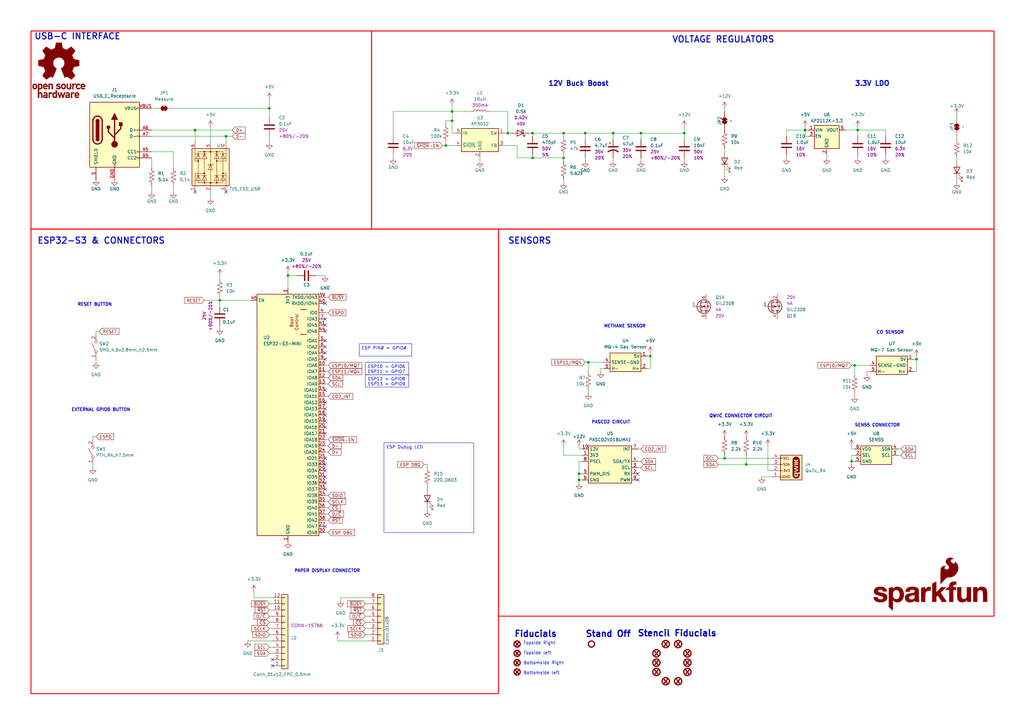
<source format=kicad_sch>
(kicad_sch (version 20231120) (generator "eeschema") (generator_version "8.0")
  (paper "A3")
  (title_block (title "SparkFun Home Air Quality Sensor - Main PCB") (rev "V13.4") (comment 1 "Designed By : Anton Vandenberge"))
  (lib_symbols
    (symbol "SparkFun-Aesthetic:Fiducial_0.5mm"
      (symbol "Fiducial_0.5mm_1_1"
        (text "x" (at 0 0.254 0) (effects (font (size 2.5 2.5) (bold yes))))
      )
    )
    (symbol "SparkFun-Aesthetic:Fiducial_3mm" (pin_names (offset 0.5))
      (symbol "Fiducial_3mm_1_1"
        (text "x" (at 0 0.254 0) (effects (font (size 2.5 2.5) (bold yes))))
      )
    )
    (symbol "SparkFun-Aesthetic:OSHW_Logo" (pin_names (offset 1.016)) (in_bom no))
    (symbol "SparkFun-Aesthetic:SparkFun_Logo" (pin_names (offset 1.016)) (on_board no))
    (symbol "SparkFun-Capacitor:0.1uF_0603_25V_20%" (pin_numbers hide) (pin_names (offset 0.254))
      (property "Reference" "C" (at 0.635 2.54 0))
      (property "Value" "0.1uF" (at 0.635 -2.54 0))
      (property "Voltage" "25V" (at 0 -6.35 0))
      (property "Tolerance" "+80%/-20%" (at 0 -8.89 0))
      (symbol "0.1uF_0603_25V_20%_1_1"
        (pin passive line (at 0 3.81 270) (length 2.794) (name "~") (number "1"))
        (pin passive line (at 0 -3.81 90) (length 2.794) (name "~") (number "2"))
      )
    )
    (symbol "SparkFun-Capacitor:1.0uF_0603_16V_10%" (pin_numbers hide) (pin_names (offset 0.254))
      (property "Reference" "C" (at 0.635 2.54 0))
      (property "Value" "1.0uF" (at 0.635 -2.54 0))
      (property "Voltage" "16V" (at 0 -6.35 0))
      (property "Tolerance" "10%" (at 0 -8.89 0))
      (symbol "1.0uF_0603_16V_10%_1_1"
        (pin passive line (at 0 3.81 270) (length 2.794) (name "~") (number "1"))
        (pin passive line (at 0 -3.81 90) (length 2.794) (name "~") (number "2"))
      )
    )
    (symbol "SparkFun-Capacitor:10nF_0603_50V_10%" (pin_numbers hide) (pin_names (offset 0.254))
      (property "Reference" "C" (at 0.635 2.54 0))
      (property "Value" "10nF" (at 0.635 -2.54 0))
      (property "Voltage" "50V" (at 0 -6.35 0))
      (property "Tolerance" "10%" (at 0 -8.89 0))
      (symbol "10nF_0603_50V_10%_1_1"
        (pin passive line (at 0 3.81 270) (length 2.794) (name "~") (number "1"))
        (pin passive line (at 0 -3.81 90) (length 2.794) (name "~") (number "2"))
      )
    )
    (symbol "SparkFun-Capacitor:10uF_0603_6.3V_20%" (pin_numbers hide) (pin_names (offset 0.254))
      (property "Reference" "C" (at 0.635 2.54 0))
      (property "Value" "10uF" (at 0.635 -2.54 0))
      (property "Voltage" "6.3V" (at 0 -6.35 0))
      (property "Tolerance" "20%" (at 0 -8.89 0))
      (symbol "10uF_0603_6.3V_20%_1_1"
        (pin passive line (at 0 3.81 270) (length 2.794) (name "~") (number "1"))
        (pin passive line (at 0 -3.81 90) (length 2.794) (name "~") (number "2"))
      )
    )
    (symbol "SparkFun-Capacitor:4.7uF_0603_35V_20%" (pin_numbers hide) (pin_names (offset 0.254))
      (property "Reference" "C" (at 0.635 2.54 0))
      (property "Value" "4.7uF" (at 0.635 -2.54 0))
      (property "Voltage" "35V" (at 0 -6.35 0))
      (property "Tolerance" "20%" (at 0 -8.89 0))
      (symbol "4.7uF_0603_35V_20%_1_1"
        (pin passive line (at 0 3.81 270) (length 2.794) (name "~") (number "1"))
        (pin passive line (at 0 -3.81 90) (length 2.794) (name "~") (number "2"))
      )
    )
    (symbol "SparkFun-Capacitor:470pF_0603_50V_10%" (pin_numbers hide) (pin_names (offset 0.254))
      (property "Reference" "C" (at 0.635 2.54 0))
      (property "Value" "470pF" (at 0.635 -2.54 0))
      (property "Voltage" "50V" (at 0 -6.35 0))
      (property "Tolerance" "5%" (at 0 -8.89 0))
      (symbol "470pF_0603_50V_10%_1_1"
        (pin passive line (at 0 3.81 270) (length 2.794) (name "~") (number "1"))
        (pin passive line (at 0 -3.81 90) (length 2.794) (name "~") (number "2"))
      )
    )
    (symbol "SparkFun-Capacitor:47uF_35V_20%" (pin_numbers hide) (pin_names (offset 0.254) hide)
      (property "Reference" "C" (at 0.635 2.54 0))
      (property "Value" "47uF" (at 0.635 -2.54 0))
      (property "Voltage" "35V" (at 0 -7.62 0))
      (property "Tolerance" "20%" (at 0 -10.16 0))
      (symbol "47uF_35V_20%_1_1"
        (pin passive line (at 0 3.81 270) (length 2.794) (name "~") (number "1"))
        (pin passive line (at 0 -3.81 90) (length 3.302) (name "~") (number "2"))
      )
    )
    (symbol "SparkFun-Coil:10uH_0805_0.35A" (pin_numbers hide) (pin_names (offset 1.016) hide)
      (property "Reference" "L" (at 0 2.54 0))
      (property "Value" "10uH" (at 0 -1.27 0))
      (property "Current" "350mA" (at 0 -3.81 0))
      (symbol "10uH_0805_0.35A_1_1"
        (pin passive line (at -3.81 0 0) (length 1.27) (name "1") (number "1"))
        (pin passive line (at 3.81 0 180) (length 1.27) (name "2") (number "2"))
      )
    )
    (symbol "SparkFun-Connector:Conn_01x08" (pin_names (offset 1.016) hide)
      (property "Reference" "J" (at 0 10.16 0))
      (property "Value" "Conn_01x08" (at 0 -12.7 0))
      (symbol "Conn_01x08_1_1"
        (pin passive line (at -5.08 7.62 0) (length 3.81) (name "Pin_1") (number "1"))
        (pin passive line (at -5.08 5.08 0) (length 3.81) (name "Pin_2") (number "2"))
        (pin passive line (at -5.08 2.54 0) (length 3.81) (name "Pin_3") (number "3"))
        (pin passive line (at -5.08 0 0) (length 3.81) (name "Pin_4") (number "4"))
        (pin passive line (at -5.08 -2.54 0) (length 3.81) (name "Pin_5") (number "5"))
        (pin passive line (at -5.08 -5.08 0) (length 3.81) (name "Pin_6") (number "6"))
        (pin passive line (at -5.08 -7.62 0) (length 3.81) (name "Pin_7") (number "7"))
        (pin passive line (at -5.08 -10.16 0) (length 3.81) (name "Pin_8") (number "8"))
      )
    )
    (symbol "SparkFun-Connector:Conn_01x12_FPC_0.5mm" (pin_names (offset 1.016) hide)
      (property "Reference" "J" (at 0 15.24 0))
      (property "Value" "Conn_01x12_FPC_0.5mm" (at 0 -17.78 0))
      (property "PROD_ID" "CONN-15766" (at 0 -22.86 0))
      (symbol "Conn_01x12_FPC_0.5mm_1_1"
        (pin passive line (at -5.08 12.7 0) (length 3.81) (name "Pin_1") (number "1"))
        (pin passive line (at -5.08 -10.16 0) (length 3.81) (name "Pin_10") (number "10"))
        (pin passive line (at -5.08 -12.7 0) (length 3.81) (name "Pin_11") (number "11"))
        (pin passive line (at -5.08 -15.24 0) (length 3.81) (name "Pin_12") (number "12"))
        (pin passive line (at -5.08 10.16 0) (length 3.81) (name "Pin_2") (number "2"))
        (pin passive line (at -5.08 7.62 0) (length 3.81) (name "Pin_3") (number "3"))
        (pin passive line (at -5.08 5.08 0) (length 3.81) (name "Pin_4") (number "4"))
        (pin passive line (at -5.08 2.54 0) (length 3.81) (name "Pin_5") (number "5"))
        (pin passive line (at -5.08 0 0) (length 3.81) (name "Pin_6") (number "6"))
        (pin passive line (at -5.08 -2.54 0) (length 3.81) (name "Pin_7") (number "7"))
        (pin passive line (at -5.08 -5.08 0) (length 3.81) (name "Pin_8") (number "8"))
        (pin passive line (at -5.08 -7.62 0) (length 3.81) (name "Pin_9") (number "9"))
      )
    )
    (symbol "SparkFun-Connector:Qwiic_Right_Angle" (pin_names (offset 1.016) hide)
      (property "Reference" "J" (at 0 5.08 0))
      (property "Value" "Qwiic_RA" (at 0 -7.62 0))
      (symbol "Qwiic_Right_Angle_1_1"
        (text "3V3" (at 1.27 -2.54 0) (effects (font (size 1 1))))
        (text "GND" (at 1.27 -5.08 0) (effects (font (size 1 1))))
        (text "SCL" (at 1.27 2.54 0) (effects (font (size 1 1))))
        (text "SDA" (at 1.27 0 0) (effects (font (size 1 1))))
        (pin passive line (at -5.08 -5.08 0) (length 3.81) (name "Pin_1") (number "1"))
        (pin passive line (at -5.08 -2.54 0) (length 3.81) (name "Pin_2") (number "2"))
        (pin passive line (at -5.08 0 0) (length 3.81) (name "Pin_3") (number "3"))
        (pin passive line (at -5.08 2.54 0) (length 3.81) (name "Pin_4") (number "4"))
        (pin no_connect line (at 2.54 3.81 270) (length 2.54) hide (name "NC") (number "NC1"))
        (pin no_connect line (at 2.54 3.81 270) (length 2.54) hide (name "NC") (number "NC2"))
      )
    )
    (symbol "SparkFun-Connector:USB_C_Receptacle" (pin_names (offset 1.016))
      (property "Reference" "J" (at -10.16 12.7 0))
      (property "Value" "USB_C_Receptacle" (at 19.05 12.7 0))
      (symbol "USB_C_Receptacle_1_1"
        (pin bidirectional line (at 15.24 -8.89 180) (length 5.08) (name "CC1") (number "A5"))
        (pin bidirectional line (at 15.24 0 180) (length 5.08) (name "D+") (number "A6"))
        (pin bidirectional line (at 15.24 -2.54 180) (length 5.08) (name "D-") (number "A7"))
        (pin no_connect line (at 3.81 -15.24 90) (length 5.08) hide (name "NC") (number "A8"))
        (pin bidirectional line (at 15.24 -11.43 180) (length 5.08) (name "CC2") (number "B5"))
        (pin bidirectional line (at 15.24 0 180) (length 5.08) hide (name "D+") (number "B6"))
        (pin bidirectional line (at 15.24 -2.54 180) (length 5.08) hide (name "D-") (number "B7"))
        (pin no_connect line (at 3.81 -15.24 90) (length 5.08) hide (name "NC") (number "B8"))
        (pin passive line (at 0 -20.32 90) (length 5.08) (name "GND") (number "GND"))
        (pin no_connect line (at -2.54 -15.24 90) (length 5.08) hide (name "NC") (number "NC1"))
        (pin no_connect line (at -2.54 -15.24 90) (length 5.08) hide (name "NC") (number "NC2"))
        (pin no_connect line (at -2.54 -15.24 90) (length 5.08) hide (name "NC") (number "NC3"))
        (pin passive line (at -7.62 -20.32 90) (length 5.08) (name "SHIELD") (number "S"))
        (pin passive line (at 15.24 8.89 180) (length 5.08) (name "VBUS") (number "VBUS"))
      )
    )
    (symbol "SparkFun-DiscreteSemi:D_Schottky_0.5A_40V_0.42V" (pin_numbers hide) (pin_names (offset 1.016) hide)
      (property "Reference" "D" (at 0 2.54 0))
      (property "Value" "D_Schottky_0.5A_40V_0.42V" (at 0 -2.54 0))
      (symbol "D_Schottky_0.5A_40V_0.42V_1_1"
        (pin passive line (at 3.81 0 180) (length 2.54) (name "A") (number "A"))
        (pin passive line (at -3.81 0 0) (length 2.54) (name "C") (number "C"))
      )
    )
    (symbol "SparkFun-DiscreteSemi:D_TVS_ESD_USB" (pin_names hide)
      (property "Reference" "U" (at 2.54 7.62 0))
      (property "Value" "TVS_ESD_USB" (at 7.62 -10.16 0))
      (symbol "D_TVS_ESD_USB_1_1"
        (pin passive line (at -6.35 -11.43 90) (length 2.54) (name "I/O1") (number "1"))
        (pin passive line (at 0 -11.43 90) (length 2.54) (name "GND") (number "2"))
        (pin passive line (at 6.35 -11.43 90) (length 2.54) (name "I/O2") (number "3"))
        (pin passive line (at 6.35 8.89 270) (length 2.54) (name "I/O3") (number "4"))
        (pin passive line (at 0 8.89 270) (length 2.54) (name "VCC") (number "5"))
        (pin passive line (at -6.35 8.89 270) (length 2.54) (name "I/O4") (number "6"))
      )
    )
    (symbol "SparkFun-DiscreteSemi:Q_NPMOS_DUAL_4A_20V" (pin_names hide)
      (property "Reference" "Q" (at 5.08 1.905 0))
      (property "Value" "SIL2308" (at 5.08 0 0))
      (property "IMax" "4A" (at 6.35 -2.54 0))
      (property "VMax" "20V" (at 7.62 -5.08 0))
      (symbol "Q_NPMOS_DUAL_4A_20V_1_1"
        (pin input line (at -2.54 0 0) (length 0) (name "G") (number "1"))
        (pin passive line (at 2.54 -5.08 90) (length 2.54) (name "S") (number "5"))
        (pin passive line (at 2.54 5.08 270) (length 2.54) (name "D") (number "6"))
      )
      (symbol "Q_NPMOS_DUAL_4A_20V_2_1"
        (pin passive line (at 2.54 -5.08 90) (length 2.54) (name "1") (number "2"))
        (pin input line (at -2.54 0 0) (length 0) (name "G") (number "3"))
        (pin passive line (at 2.54 5.08 270) (length 2.54) (name "D") (number "4"))
      )
    )
    (symbol "SparkFun-Hardware:Stand_off")
    (symbol "SparkFun-IC-Power:AP3012"
      (property "Reference" "U" (at -7.62 5.715 0))
      (property "Value" "AP3012" (at 0 5.715 0))
      (symbol "AP3012_1_1"
        (pin passive line (at 10.16 2.54 180) (length 2.54) (name "SW") (number "1"))
        (pin power_in line (at 0 -7.62 90) (length 2.54) (name "GND") (number "2"))
        (pin input line (at 10.16 -2.54 180) (length 2.54) (name "FB") (number "3"))
        (pin input line (at -10.16 -2.54 0) (length 2.54) (name "~{SHDN}") (number "4"))
        (pin power_in line (at -10.16 2.54 0) (length 2.54) (name "IN") (number "5"))
      )
    )
    (symbol "SparkFun-Jumper:Jumper_Measure" (pin_numbers hide) (pin_names (offset 0) hide)
      (property "Reference" "JP" (at 0 2.032 0))
      (property "Value" "Measure" (at 0 -2.54 0))
      (symbol "Jumper_Measure_1_1"
        (pin passive line (at -3.81 0 0) (length 2.54) (name "A") (number "1"))
        (pin passive line (at 3.81 0 180) (length 2.54) (name "B") (number "2"))
      )
    )
    (symbol "SparkFun-Jumper:SolderJumper_2_Bridged" (pin_numbers hide) (pin_names (offset 0) hide)
      (property "Reference" "JP" (at 0 2.032 0))
      (property "Value" "~" (at 0 -2.54 0))
      (symbol "SolderJumper_2_Bridged_1_1"
        (pin passive line (at -3.81 0 0) (length 2.54) (name "A") (number "1"))
        (pin passive line (at 3.81 0 180) (length 2.54) (name "B") (number "2"))
      )
    )
    (symbol "SparkFun-LED:LED_Red_0603" (pin_numbers hide) (pin_names (offset 1.016) hide)
      (property "Reference" "D" (at 0 2.54 0))
      (property "Value" "Red" (at 0 -2.54 0))
      (symbol "LED_Red_0603_1_1"
        (pin passive line (at -3.81 0 0) (length 2.54) (name "K") (number "1"))
        (pin passive line (at 3.81 0 180) (length 2.54) (name "A") (number "2"))
      )
    )
    (symbol "SparkFun-PowerSymbol:+3.3V" (power) (pin_names (offset 0))
      (property "Value" "+3.3V" (at 0 3.556 0))
      (symbol "+3.3V_1_1"
        (pin power_in line (at 0 0 90) (length 0) hide (name "+3.3V") (number "1"))
      )
    )
    (symbol "SparkFun-PowerSymbol:+5V" (power) (pin_names (offset 0))
      (property "Value" "+5V" (at 0 3.556 0))
      (symbol "+5V_1_1"
        (pin power_in line (at 0 0 90) (length 0) hide (name "+5V") (number "1"))
      )
    )
    (symbol "SparkFun-PowerSymbol:GND" (power) (pin_names (offset 0))
      (property "Value" "GND" (at 0 -3.81 0))
      (symbol "GND_1_1"
        (pin power_in line (at 0 0 270) (length 0) hide (name "GND") (number "1"))
      )
    )
    (symbol "SparkFun-RF:ESP32-S3-MINI"
      (property "Reference" "U" (at -12.7 48.26 0))
      (property "Value" "ESP32-S3-MINI" (at 1.27 48.26 0))
      (symbol "ESP32-S3-MINI_1_1"
        (text "Boot\nControl" (at 2.54 35.56 900) (effects (font (size 1.27 1.27))))
        (pin power_in line (at 0 -54.61 90) (length 2.54) (name "GND") (number "1"))
        (pin bidirectional line (at 15.24 17.78 180) (length 2.54) (name "IOA6") (number "10"))
        (pin bidirectional line (at 15.24 15.24 180) (length 2.54) (name "IOA7") (number "11"))
        (pin bidirectional line (at 15.24 12.7 180) (length 2.54) (name "IOA8") (number "12"))
        (pin bidirectional line (at 15.24 10.16 180) (length 2.54) (name "IOA9") (number "13"))
        (pin bidirectional line (at 15.24 7.62 180) (length 2.54) (name "IOA10") (number "14"))
        (pin bidirectional line (at 15.24 5.08 180) (length 2.54) (name "IOA11") (number "15"))
        (pin bidirectional line (at 15.24 2.54 180) (length 2.54) (name "IOA12") (number "16"))
        (pin bidirectional line (at 15.24 0 180) (length 2.54) (name "IOA13") (number "17"))
        (pin bidirectional line (at 15.24 -2.54 180) (length 2.54) (name "IOA14") (number "18"))
        (pin bidirectional line (at 15.24 -5.08 180) (length 2.54) (name "IOA15") (number "19"))
        (pin passive line (at 0 -54.61 90) (length 2.54) hide (name "GND") (number "2"))
        (pin bidirectional line (at 15.24 -7.62 180) (length 2.54) (name "IOA16") (number "20"))
        (pin bidirectional line (at 15.24 -10.16 180) (length 2.54) (name "IOA17") (number "21"))
        (pin bidirectional line (at 15.24 -12.7 180) (length 2.54) (name "IOA18") (number "22"))
        (pin bidirectional line (at 15.24 -15.24 180) (length 2.54) (name "IOA19") (number "23"))
        (pin bidirectional line (at 15.24 -17.78 180) (length 2.54) (name "IOA20") (number "24"))
        (pin bidirectional line (at 15.24 -20.32 180) (length 2.54) (name "IO21") (number "25"))
        (pin bidirectional line (at -12.7 -20.32 0) (length 2.54) hide (name "IO26") (number "26"))
        (pin bidirectional line (at 15.24 -48.26 180) (length 2.54) (name "IO47") (number "27"))
        (pin bidirectional line (at 15.24 -22.86 180) (length 2.54) (name "IO33") (number "28"))
        (pin bidirectional line (at 15.24 -25.4 180) (length 2.54) (name "IO34") (number "29"))
        (pin power_in line (at 0 49.53 270) (length 2.54) (name "3V3") (number "3"))
        (pin bidirectional line (at 15.24 -50.8 180) (length 2.54) (name "IO48") (number "30"))
        (pin bidirectional line (at 15.24 -27.94 180) (length 2.54) (name "IO35") (number "31"))
        (pin bidirectional line (at 15.24 -30.48 180) (length 2.54) (name "IO36") (number "32"))
        (pin bidirectional line (at 15.24 -33.02 180) (length 2.54) (name "IO37") (number "33"))
        (pin bidirectional line (at 15.24 -35.56 180) (length 2.54) (name "IO38") (number "34"))
        (pin bidirectional line (at 15.24 -38.1 180) (length 2.54) (name "IO39") (number "35"))
        (pin bidirectional line (at 15.24 -40.64 180) (length 2.54) (name "IO40") (number "36"))
        (pin bidirectional line (at 15.24 -43.18 180) (length 2.54) (name "IO41") (number "37"))
        (pin bidirectional line (at 15.24 -45.72 180) (length 2.54) (name "IO42") (number "38"))
        (pin bidirectional line (at 15.24 45.72 180) (length 2.54) (name "TXD0/IO43") (number "39"))
        (pin bidirectional line (at 15.24 39.37 180) (length 2.54) (name "IO0") (number "4"))
        (pin bidirectional line (at 15.24 43.18 180) (length 2.54) (name "RXD0/IO44") (number "40"))
        (pin bidirectional line (at 15.24 34.29 180) (length 2.54) (name "IO45") (number "41"))
        (pin passive line (at 0 -54.61 90) (length 2.54) hide (name "GND") (number "42"))
        (pin passive line (at 0 -54.61 90) (length 2.54) hide (name "GND") (number "43"))
        (pin bidirectional line (at 15.24 31.75 180) (length 2.54) (name "IO46") (number "44"))
        (pin input line (at -15.24 44.45 0) (length 2.54) (name "EN") (number "45"))
        (pin passive line (at 0 -54.61 90) (length 2.54) hide (name "GND") (number "46"))
        (pin passive line (at 0 -54.61 90) (length 2.54) hide (name "GND") (number "47"))
        (pin passive line (at 0 -54.61 90) (length 2.54) hide (name "GND") (number "48"))
        (pin passive line (at 0 -54.61 90) (length 2.54) hide (name "GND") (number "49"))
        (pin bidirectional line (at 15.24 27.94 180) (length 2.54) (name "IOA1") (number "5"))
        (pin passive line (at 0 -54.61 90) (length 2.54) hide (name "GND") (number "50"))
        (pin passive line (at 0 -54.61 90) (length 2.54) hide (name "GND") (number "51"))
        (pin passive line (at 0 -54.61 90) (length 2.54) hide (name "GND") (number "52"))
        (pin passive line (at 0 -54.61 90) (length 2.54) hide (name "GND") (number "53"))
        (pin passive line (at 0 -54.61 90) (length 2.54) hide (name "GND") (number "54"))
        (pin passive line (at 0 -54.61 90) (length 2.54) hide (name "GND") (number "55"))
        (pin passive line (at 0 -54.61 90) (length 2.54) hide (name "GND") (number "56"))
        (pin passive line (at 0 -54.61 90) (length 2.54) hide (name "GND") (number "57"))
        (pin passive line (at 0 -54.61 90) (length 2.54) hide (name "GND") (number "58"))
        (pin passive line (at 0 -54.61 90) (length 2.54) hide (name "GND") (number "59"))
        (pin bidirectional line (at 15.24 25.4 180) (length 2.54) (name "IOA2") (number "6"))
        (pin passive line (at 0 -54.61 90) (length 2.54) hide (name "GND") (number "60"))
        (pin passive line (at 0 -54.61 90) (length 2.54) hide (name "GND") (number "61"))
        (pin passive line (at 0 -54.61 90) (length 2.54) hide (name "GND") (number "62"))
        (pin passive line (at 0 -54.61 90) (length 2.54) hide (name "GND") (number "63"))
        (pin passive line (at 0 -54.61 90) (length 2.54) hide (name "GND") (number "64"))
        (pin passive line (at 0 -54.61 90) (length 2.54) hide (name "GND") (number "65"))
        (pin bidirectional line (at 15.24 36.83 180) (length 2.54) (name "IOA3") (number "7"))
        (pin bidirectional line (at 15.24 22.86 180) (length 2.54) (name "IOA4") (number "8"))
        (pin bidirectional line (at 15.24 20.32 180) (length 2.54) (name "IOA5") (number "9"))
      )
    )
    (symbol "SparkFun-Regulator:AP2112K-3.3" (pin_names (offset 0.254))
      (property "Reference" "U3" (at 0 8.89 0))
      (property "Value" "AP2112K-3.3" (at 0 6.35 0))
      (symbol "AP2112K-3.3_1_1"
        (pin power_in line (at -7.62 2.54 0) (length 2.54) (name "VIN") (number "1"))
        (pin power_in line (at 0 -7.62 90) (length 2.54) (name "GND") (number "2"))
        (pin input line (at -7.62 0 0) (length 2.54) (name "EN") (number "3"))
        (pin no_connect line (at 5.08 0 180) (length 2.54) hide (name "NC") (number "4"))
        (pin power_out line (at 7.62 2.54 180) (length 2.54) (name "VOUT") (number "5"))
      )
    )
    (symbol "SparkFun-Resistor:100k_0603" (pin_numbers hide) (pin_names (offset 0))
      (property "Reference" "R" (at 0 -2.54 0))
      (property "Value" "100k" (at 0 2.54 0))
      (symbol "100k_0603_1_1"
        (pin passive line (at 3.81 0 180) (length 1.27) (name "~") (number "1"))
        (pin passive line (at -3.81 0 0) (length 1.27) (name "~") (number "2"))
      )
    )
    (symbol "SparkFun-Resistor:10k_0603" (pin_numbers hide) (pin_names (offset 0))
      (property "Reference" "R" (at 0 -2.54 0))
      (property "Value" "10k" (at 0 2.54 0))
      (symbol "10k_0603_1_1"
        (pin passive line (at 3.81 0 180) (length 1.27) (name "~") (number "1"))
        (pin passive line (at -3.81 0 0) (length 1.27) (name "~") (number "2"))
      )
    )
    (symbol "SparkFun-Resistor:2.2k_0603" (pin_numbers hide) (pin_names (offset 0))
      (property "Reference" "R" (at 0 -2.54 0))
      (property "Value" "2.2k" (at 0 2.54 0))
      (symbol "2.2k_0603_1_1"
        (pin passive line (at 3.81 0 180) (length 1.27) (name "~") (number "1"))
        (pin passive line (at -3.81 0 0) (length 1.27) (name "~") (number "2"))
      )
    )
    (symbol "SparkFun-Resistor:220_0603" (pin_numbers hide) (pin_names (offset 0))
      (property "Reference" "R" (at 2.54 0 90))
      (property "Value" "220_0603" (at -2.54 0 90))
      (symbol "220_0603_1_1"
        (pin passive line (at 0 3.81 270) (length 1.27) (name "~") (number "1"))
        (pin passive line (at 0 -3.81 90) (length 1.27) (name "~") (number "2"))
      )
    )
    (symbol "SparkFun-Resistor:47k_0603" (pin_numbers hide) (pin_names (offset 0))
      (property "Reference" "R" (at 0 -2.54 0))
      (property "Value" "47k" (at 0 2.54 0))
      (symbol "47k_0603_1_1"
        (pin passive line (at 3.81 0 180) (length 1.27) (name "~") (number "1"))
        (pin passive line (at -3.81 0 0) (length 1.27) (name "~") (number "2"))
      )
    )
    (symbol "SparkFun-Resistor:5.1k_0603" (pin_numbers hide) (pin_names (offset 0))
      (property "Reference" "R" (at 0 -2.54 0))
      (property "Value" "5.1k" (at 0 2.54 0))
      (symbol "5.1k_0603_1_1"
        (pin passive line (at 3.81 0 180) (length 1.27) (name "~") (number "1"))
        (pin passive line (at -3.81 0 0) (length 1.27) (name "~") (number "2"))
      )
    )
    (symbol "SparkFun-Resistor:5.62k_0603" (pin_numbers hide) (pin_names (offset 0))
      (property "Reference" "R" (at 0 -2.54 0))
      (property "Value" "5.62k" (at 0 2.54 0))
      (symbol "5.62k_0603_1_1"
        (pin passive line (at 3.81 0 180) (length 1.27) (name "~") (number "1"))
        (pin passive line (at -3.81 0 0) (length 1.27) (name "~") (number "2"))
      )
    )
    (symbol "SparkFun-Sensor:MQ-4 Gas Sensor"
      (property "Reference" "U" (at -6.35 5.715 0))
      (property "Value" "MQ-4 Gas Sensor" (at -2.54 5.715 0))
      (symbol "MQ-4 Gas Sensor_1_1"
        (pin power_in line (at 8.89 2.54 180) (length 2.54) (name "5V") (number "1"))
        (pin power_in line (at 8.89 -2.54 180) (length 2.54) (name "H+") (number "2"))
        (pin power_in line (at 8.89 2.54 180) (length 2.54) hide (name "5V") (number "3"))
        (pin power_in line (at -8.89 0 0) (length 2.54) (name "SENSE-GND") (number "4"))
        (pin power_in line (at -8.89 -2.54 0) (length 2.54) (name "H-") (number "5"))
        (pin power_in line (at -8.89 0 0) (length 2.54) hide (name "SENSE-GND") (number "6"))
      )
    )
    (symbol "SparkFun-Sensor:MQ-7 Gas Sensor"
      (property "Reference" "U" (at -6.35 5.715 0))
      (property "Value" "MQ-7 Gas Sensor" (at -2.54 5.715 0))
      (symbol "MQ-7 Gas Sensor_1_1"
        (pin power_in line (at 8.89 2.54 180) (length 2.54) (name "5V") (number "1"))
        (pin power_in line (at 8.89 -2.54 180) (length 2.54) (name "H+") (number "2"))
        (pin power_in line (at 8.89 2.54 180) (length 2.54) hide (name "5V") (number "3"))
        (pin output line (at -8.89 0 0) (length 2.54) (name "SENSE-GND") (number "4"))
        (pin power_out line (at -8.89 -2.54 0) (length 2.54) (name "H-") (number "5"))
        (pin output line (at -8.89 0 0) (length 2.54) hide (name "SENSE-GND") (number "6"))
      )
    )
    (symbol "SparkFun-Sensor:PASCO2V01BUMA1"
      (property "Reference" "U" (at -8.89 8.255 0))
      (property "Value" "PASCO2V01BUMA1" (at 0 8.255 0))
      (symbol "PASCO2V01BUMA1_1_1"
        (pin power_in line (at -11.43 2.54 0) (length 2.54) (name "3V3") (number "1"))
        (pin power_in line (at -11.43 5.08 0) (length 2.54) (name "12V") (number "10"))
        (pin power_out line (at -11.43 -7.62 0) (length 2.54) hide (name "GND") (number "11"))
        (pin power_out line (at -11.43 -7.62 0) (length 2.54) hide (name "GND") (number "12"))
        (pin power_out line (at -11.43 -7.62 0) (length 2.54) hide (name "GND") (number "13"))
        (pin power_out line (at -11.43 -7.62 0) (length 2.54) hide (name "GND") (number "14"))
        (pin bidirectional line (at 11.43 -5.08 180) (length 2.54) (name "RX") (number "2"))
        (pin bidirectional line (at 11.43 -2.54 180) (length 2.54) (name "SCL") (number "3"))
        (pin output line (at 11.43 0 180) (length 2.54) (name "SDA/TX") (number "4"))
        (pin input line (at -11.43 -5.08 0) (length 2.54) (name "PWM_DIS") (number "5"))
        (pin power_out line (at -11.43 -7.62 0) (length 2.54) (name "GND") (number "6"))
        (pin output line (at 11.43 5.08 180) (length 2.54) (name "INT") (number "7"))
        (pin input line (at -11.43 0 0) (length 2.54) (name "PSEL") (number "8"))
        (pin output line (at 11.43 -7.62 180) (length 2.54) (name "PWM") (number "9"))
      )
    )
    (symbol "SparkFun-Sensor:SEN55"
      (property "Reference" "U" (at -6.35 5.715 0))
      (property "Value" "SEN55" (at -2.54 5.715 0))
      (symbol "SEN55_1_1"
        (pin no_connect line (at 8.89 -2.54 180) (length 2.54) hide (name "NC") (number "1"))
        (pin input line (at -8.89 0 0) (length 2.54) (name "SEL") (number "2"))
        (pin input line (at 8.89 0 180) (length 2.54) (name "SCL") (number "3"))
        (pin bidirectional line (at 8.89 2.54 180) (length 2.54) (name "SDA") (number "4"))
        (pin power_in line (at -8.89 -2.54 0) (length 2.54) (name "GND") (number "5"))
        (pin power_in line (at -8.89 2.54 0) (length 2.54) (name "VDD") (number "6"))
      )
    )
    (symbol "SparkFun-Switch:SPST_Momentary_PTH_RA_h7.5mm" (pin_names (offset 0) hide)
      (property "Reference" "SW" (at 0 3.175 0))
      (property "Value" "PTH_RA_h7.5mm" (at 0 -2.54 0))
      (symbol "SPST_Momentary_PTH_RA_h7.5mm_1_1"
        (pin passive line (at -5.08 0 0) (length 2.54) (name "A") (number "1"))
        (pin passive line (at 5.08 0 180) (length 2.54) (name "B") (number "2"))
      )
    )
    (symbol "SparkFun-Switch:SPST_Momentary_SMD_4.6x2.8mm_h2.5mm" (pin_names (offset 0) hide)
      (property "Reference" "SW" (at 0 3.175 0))
      (property "Value" "SMD_4.6x2.8mm_h2.5mm" (at 0 -2.54 0))
      (symbol "SPST_Momentary_SMD_4.6x2.8mm_h2.5mm_1_1"
        (pin passive line (at -5.08 0 0) (length 2.54) (name "A") (number "1"))
        (pin passive line (at 5.08 0 180) (length 2.54) (name "B") (number "2"))
      )
    )
    (symbol "power:+12V" (power) (pin_names (offset 0))
      (property "Value" "+12V" (at 0 3.556 0))
      (symbol "+12V_1_1"
        (pin power_in line (at 0 0 90) (length 0) hide (name "+12V") (number "1"))
      )
    )
    (symbol "power:+3.3V" (power) (pin_names (offset 0))
      (property "Value" "+3.3V" (at 0 3.556 0))
      (symbol "+3.3V_1_1"
        (pin power_in line (at 0 0 90) (length 0) hide (name "+3.3V") (number "1"))
      )
    )
    (symbol "power:GND" (power) (pin_names (offset 0))
      (property "Value" "GND" (at 0 -3.81 0))
      (symbol "GND_1_1"
        (pin power_in line (at 0 0 270) (length 0) hide (name "GND") (number "1"))
      )
    )
  )
  (junction (at 241.3 148.59))
  (junction (at 349.25 189.23))
  (junction (at 351.79 53.34))
  (junction (at 118.11 113.03))
  (junction (at 350.52 149.86))
  (junction (at 182.88 59.69))
  (junction (at 90.17 123.19))
  (junction (at 80.01 53.34))
  (junction (at 208.28 54.61))
  (junction (at 280.67 54.61))
  (junction (at 237.49 194.31))
  (junction (at 240.03 54.61))
  (junction (at 330.2 53.34))
  (junction (at 185.42 49.53))
  (junction (at 237.49 196.85))
  (junction (at 218.44 54.61))
  (junction (at 297.18 187.96))
  (junction (at 92.71 55.88))
  (junction (at 110.49 44.45))
  (junction (at 231.14 64.77))
  (junction (at 251.46 54.61))
  (junction (at 185.42 45.72))
  (junction (at 218.44 64.77))
  (junction (at 231.14 54.61))
  (junction (at 375.92 147.32))
  (junction (at 262.89 54.61))
  (junction (at 266.7 146.05))
  (junction (at 306.07 190.5))
  (no_connect (at 133.35 170.18))
  (no_connect (at 133.35 215.9))
  (no_connect (at 111.76 273.05))
  (no_connect (at 133.35 195.58))
  (no_connect (at 133.35 193.04))
  (no_connect (at 133.35 139.7))
  (no_connect (at 261.62 196.85))
  (no_connect (at 133.35 177.8))
  (no_connect (at 133.35 124.46))
  (no_connect (at 133.35 200.66))
  (no_connect (at 133.35 190.5))
  (no_connect (at 133.35 142.24))
  (no_connect (at 261.62 194.31))
  (no_connect (at 133.35 172.72))
  (no_connect (at 80.01 78.74))
  (no_connect (at 133.35 165.1))
  (no_connect (at 133.35 175.26))
  (no_connect (at 133.35 147.32))
  (no_connect (at 133.35 130.81))
  (no_connect (at 111.76 270.51))
  (no_connect (at 92.71 78.74))
  (no_connect (at 133.35 160.02))
  (no_connect (at 133.35 144.78))
  (no_connect (at 133.35 187.96))
  (no_connect (at 133.35 198.12))
  (no_connect (at 133.35 135.89))
  (no_connect (at 133.35 133.35))
  (no_connect (at 133.35 167.64))
  (wire (pts (xy 134.62 149.86) (xy 133.35 149.86)))
  (wire (pts (xy 185.42 49.53) (xy 182.88 49.53)))
  (wire (pts (xy 350.52 149.86) (xy 350.52 153.67)))
  (wire (pts (xy 262.89 184.15) (xy 261.62 184.15)))
  (wire (pts (xy 262.89 57.15) (xy 262.89 54.61)))
  (wire (pts (xy 356.87 149.86) (xy 350.52 149.86)))
  (wire (pts (xy 356.87 152.4) (xy 355.6 152.4)))
  (wire (pts (xy 241.3 148.59) (xy 241.3 152.4)))
  (wire (pts (xy 71.12 62.23) (xy 71.12 68.58)))
  (wire (pts (xy 351.79 53.34) (xy 363.22 53.34)))
  (wire (pts (xy 240.03 57.15) (xy 240.03 54.61)))
  (wire (pts (xy 134.62 218.44) (xy 133.35 218.44)))
  (wire (pts (xy 231.14 182.88) (xy 231.14 186.69)))
  (wire (pts (xy 350.52 184.15) (xy 349.25 184.15)))
  (wire (pts (xy 133.35 185.42) (xy 134.62 185.42)))
  (wire (pts (xy 118.11 111.76) (xy 118.11 113.03)))
  (wire (pts (xy 262.89 191.77) (xy 261.62 191.77)))
  (wire (pts (xy 349.25 184.15) (xy 349.25 182.88)))
  (wire (pts (xy 149.86 247.65) (xy 151.13 247.65)))
  (wire (pts (xy 351.79 53.34) (xy 351.79 55.88)))
  (wire (pts (xy 134.62 152.4) (xy 133.35 152.4)))
  (wire (pts (xy 62.23 76.2) (xy 62.23 78.74)))
  (wire (pts (xy 175.26 190.5) (xy 175.26 191.77)))
  (wire (pts (xy 161.29 64.77) (xy 161.29 63.5)))
  (wire (pts (xy 237.49 182.88) (xy 237.49 184.15)))
  (wire (pts (xy 265.43 151.13) (xy 266.7 151.13)))
  (wire (pts (xy 355.6 152.4) (xy 355.6 153.67)))
  (wire (pts (xy 306.07 186.69) (xy 306.07 190.5)))
  (wire (pts (xy 200.66 45.72) (xy 208.28 45.72)))
  (wire (pts (xy 185.42 49.53) (xy 185.42 54.61)))
  (wire (pts (xy 134.62 121.92) (xy 133.35 121.92)))
  (wire (pts (xy 266.7 146.05) (xy 266.7 144.78)))
  (wire (pts (xy 247.65 151.13) (xy 246.38 151.13)))
  (wire (pts (xy 149.86 252.73) (xy 151.13 252.73)))
  (wire (pts (xy 330.2 55.88) (xy 330.2 53.34)))
  (wire (pts (xy 110.49 247.65) (xy 111.76 247.65)))
  (wire (pts (xy 322.58 64.77) (xy 322.58 63.5)))
  (wire (pts (xy 231.14 54.61) (xy 231.14 55.88)))
  (wire (pts (xy 134.62 154.94) (xy 133.35 154.94)))
  (wire (pts (xy 139.7 245.11) (xy 151.13 245.11)))
  (wire (pts (xy 110.49 40.64) (xy 110.49 44.45)))
  (wire (pts (xy 330.2 52.07) (xy 330.2 53.34)))
  (wire (pts (xy 218.44 54.61) (xy 218.44 55.88)))
  (wire (pts (xy 90.17 123.19) (xy 90.17 125.73)))
  (wire (pts (xy 212.09 59.69) (xy 212.09 64.77)))
  (wire (pts (xy 175.26 199.39) (xy 175.26 200.66)))
  (wire (pts (xy 182.88 49.53) (xy 182.88 50.8)))
  (wire (pts (xy 149.86 257.81) (xy 151.13 257.81)))
  (wire (pts (xy 38.1 190.5) (xy 38.1 191.77)))
  (wire (pts (xy 134.62 210.82) (xy 133.35 210.82)))
  (wire (pts (xy 38.1 179.07) (xy 38.1 180.34)))
  (wire (pts (xy 71.12 76.2) (xy 71.12 78.74)))
  (wire (pts (xy 280.67 54.61) (xy 262.89 54.61)))
  (wire (pts (xy 110.49 260.35) (xy 111.76 260.35)))
  (wire (pts (xy 375.92 147.32) (xy 375.92 146.05)))
  (wire (pts (xy 39.37 179.07) (xy 38.1 179.07)))
  (wire (pts (xy 294.64 187.96) (xy 297.18 187.96)))
  (wire (pts (xy 265.43 146.05) (xy 266.7 146.05)))
  (wire (pts (xy 208.28 45.72) (xy 208.28 54.61)))
  (wire (pts (xy 306.07 190.5) (xy 316.23 190.5)))
  (wire (pts (xy 62.23 64.77) (xy 62.23 68.58)))
  (wire (pts (xy 110.49 255.27) (xy 111.76 255.27)))
  (wire (pts (xy 217.17 54.61) (xy 218.44 54.61)))
  (wire (pts (xy 251.46 66.04) (xy 251.46 64.77)))
  (wire (pts (xy 121.92 113.03) (xy 118.11 113.03)))
  (wire (pts (xy 280.67 57.15) (xy 280.67 54.61)))
  (wire (pts (xy 231.14 186.69) (xy 238.76 186.69)))
  (wire (pts (xy 134.62 213.36) (xy 133.35 213.36)))
  (wire (pts (xy 39.37 135.89) (xy 39.37 137.16)))
  (wire (pts (xy 71.12 44.45) (xy 110.49 44.45)))
  (wire (pts (xy 80.01 53.34) (xy 95.25 53.34)))
  (wire (pts (xy 175.26 208.28) (xy 175.26 209.55)))
  (wire (pts (xy 237.49 189.23) (xy 237.49 194.31)))
  (wire (pts (xy 118.11 113.03) (xy 118.11 118.11)))
  (wire (pts (xy 251.46 54.61) (xy 240.03 54.61)))
  (wire (pts (xy 110.49 265.43) (xy 111.76 265.43)))
  (wire (pts (xy 363.22 63.5) (xy 363.22 64.77)))
  (wire (pts (xy 322.58 53.34) (xy 322.58 55.88)))
  (wire (pts (xy 237.49 194.31) (xy 237.49 196.85)))
  (wire (pts (xy 134.62 162.56) (xy 133.35 162.56)))
  (wire (pts (xy 185.42 43.18) (xy 185.42 45.72)))
  (wire (pts (xy 351.79 63.5) (xy 351.79 64.77)))
  (wire (pts (xy 134.62 203.2) (xy 133.35 203.2)))
  (wire (pts (xy 92.71 55.88) (xy 95.25 55.88)))
  (wire (pts (xy 149.86 255.27) (xy 151.13 255.27)))
  (wire (pts (xy 297.18 62.23) (xy 297.18 60.96)))
  (wire (pts (xy 294.64 190.5) (xy 306.07 190.5)))
  (wire (pts (xy 101.6 262.89) (xy 111.76 262.89)))
  (wire (pts (xy 110.49 257.81) (xy 111.76 257.81)))
  (wire (pts (xy 208.28 54.61) (xy 209.55 54.61)))
  (wire (pts (xy 90.17 123.19) (xy 102.87 123.19)))
  (wire (pts (xy 134.62 205.74) (xy 133.35 205.74)))
  (wire (pts (xy 134.62 208.28) (xy 133.35 208.28)))
  (wire (pts (xy 134.62 180.34) (xy 133.35 180.34)))
  (wire (pts (xy 280.67 52.07) (xy 280.67 54.61)))
  (wire (pts (xy 83.82 123.19) (xy 90.17 123.19)))
  (wire (pts (xy 392.43 73.66) (xy 392.43 74.93)))
  (wire (pts (xy 92.71 55.88) (xy 92.71 58.42)))
  (wire (pts (xy 218.44 63.5) (xy 218.44 64.77)))
  (wire (pts (xy 350.52 186.69) (xy 349.25 186.69)))
  (wire (pts (xy 266.7 151.13) (xy 266.7 146.05)))
  (wire (pts (xy 133.35 113.03) (xy 129.54 113.03)))
  (wire (pts (xy 161.29 45.72) (xy 185.42 45.72)))
  (wire (pts (xy 139.7 245.11) (xy 139.7 246.38)))
  (wire (pts (xy 161.29 55.88) (xy 161.29 45.72)))
  (wire (pts (xy 237.49 184.15) (xy 238.76 184.15)))
  (wire (pts (xy 314.96 193.04) (xy 316.23 193.04)))
  (wire (pts (xy 237.49 196.85) (xy 237.49 198.12)))
  (wire (pts (xy 251.46 57.15) (xy 251.46 54.61)))
  (wire (pts (xy 212.09 64.77) (xy 218.44 64.77)))
  (wire (pts (xy 90.17 133.35) (xy 90.17 134.62)))
  (wire (pts (xy 350.52 161.29) (xy 350.52 162.56)))
  (wire (pts (xy 62.23 53.34) (xy 80.01 53.34)))
  (wire (pts (xy 262.89 189.23) (xy 261.62 189.23)))
  (wire (pts (xy 350.52 189.23) (xy 349.25 189.23)))
  (wire (pts (xy 133.35 128.27) (xy 134.62 128.27)))
  (wire (pts (xy 262.89 54.61) (xy 251.46 54.61)))
  (wire (pts (xy 80.01 53.34) (xy 80.01 58.42)))
  (wire (pts (xy 349.25 149.86) (xy 350.52 149.86)))
  (wire (pts (xy 349.25 189.23) (xy 349.25 190.5)))
  (wire (pts (xy 330.2 53.34) (xy 322.58 53.34)))
  (wire (pts (xy 185.42 45.72) (xy 185.42 49.53)))
  (wire (pts (xy 196.85 66.04) (xy 196.85 64.77)))
  (wire (pts (xy 280.67 66.04) (xy 280.67 64.77)))
  (wire (pts (xy 110.49 44.45) (xy 110.49 48.26)))
  (wire (pts (xy 208.28 54.61) (xy 207.01 54.61)))
  (wire (pts (xy 90.17 121.92) (xy 90.17 123.19)))
  (wire (pts (xy 207.01 59.69) (xy 212.09 59.69)))
  (wire (pts (xy 368.3 186.69) (xy 369.57 186.69)))
  (wire (pts (xy 133.35 182.88) (xy 134.62 182.88)))
  (wire (pts (xy 314.96 193.04) (xy 314.96 182.88)))
  (wire (pts (xy 241.3 160.02) (xy 241.3 161.29)))
  (wire (pts (xy 240.03 66.04) (xy 240.03 64.77)))
  (wire (pts (xy 218.44 54.61) (xy 231.14 54.61)))
  (wire (pts (xy 138.43 262.89) (xy 151.13 262.89)))
  (wire (pts (xy 349.25 186.69) (xy 349.25 189.23)))
  (wire (pts (xy 173.99 190.5) (xy 175.26 190.5)))
  (wire (pts (xy 182.88 58.42) (xy 182.88 59.69)))
  (wire (pts (xy 138.43 261.62) (xy 138.43 262.89)))
  (wire (pts (xy 241.3 148.59) (xy 247.65 148.59)))
  (wire (pts (xy 297.18 186.69) (xy 297.18 187.96)))
  (wire (pts (xy 238.76 189.23) (xy 237.49 189.23)))
  (wire (pts (xy 392.43 66.04) (xy 392.43 64.77)))
  (wire (pts (xy 86.36 52.07) (xy 86.36 58.42)))
  (wire (pts (xy 262.89 66.04) (xy 262.89 64.77)))
  (wire (pts (xy 363.22 53.34) (xy 363.22 55.88)))
  (wire (pts (xy 240.03 148.59) (xy 241.3 148.59)))
  (wire (pts (xy 90.17 113.03) (xy 90.17 114.3)))
  (wire (pts (xy 392.43 46.99) (xy 392.43 48.26)))
  (wire (pts (xy 63.5 44.45) (xy 62.23 44.45)))
  (wire (pts (xy 351.79 52.07) (xy 351.79 53.34)))
  (wire (pts (xy 240.03 54.61) (xy 231.14 54.61)))
  (wire (pts (xy 218.44 64.77) (xy 231.14 64.77)))
  (wire (pts (xy 231.14 66.04) (xy 231.14 64.77)))
  (wire (pts (xy 40.64 135.89) (xy 39.37 135.89)))
  (wire (pts (xy 246.38 151.13) (xy 246.38 152.4)))
  (wire (pts (xy 110.49 252.73) (xy 111.76 252.73)))
  (wire (pts (xy 392.43 57.15) (xy 392.43 55.88)))
  (wire (pts (xy 368.3 184.15) (xy 369.57 184.15)))
  (wire (pts (xy 312.42 195.58) (xy 316.23 195.58)))
  (wire (pts (xy 374.65 147.32) (xy 375.92 147.32)))
  (wire (pts (xy 39.37 147.32) (xy 39.37 148.59)))
  (wire (pts (xy 330.2 53.34) (xy 331.47 53.34)))
  (wire (pts (xy 237.49 194.31) (xy 238.76 194.31)))
  (wire (pts (xy 104.14 245.11) (xy 111.76 245.11)))
  (wire (pts (xy 375.92 147.32) (xy 375.92 152.4)))
  (wire (pts (xy 297.18 187.96) (xy 316.23 187.96)))
  (wire (pts (xy 182.88 59.69) (xy 186.69 59.69)))
  (wire (pts (xy 149.86 260.35) (xy 151.13 260.35)))
  (wire (pts (xy 374.65 152.4) (xy 375.92 152.4)))
  (wire (pts (xy 62.23 62.23) (xy 71.12 62.23)))
  (wire (pts (xy 185.42 45.72) (xy 193.04 45.72)))
  (wire (pts (xy 186.69 54.61) (xy 185.42 54.61)))
  (wire (pts (xy 134.62 157.48) (xy 133.35 157.48)))
  (wire (pts (xy 86.36 78.74) (xy 86.36 81.28)))
  (wire (pts (xy 149.86 250.19) (xy 151.13 250.19)))
  (wire (pts (xy 297.18 44.45) (xy 297.18 45.72)))
  (wire (pts (xy 331.47 55.88) (xy 330.2 55.88)))
  (wire (pts (xy 110.49 250.19) (xy 111.76 250.19)))
  (wire (pts (xy 62.23 55.88) (xy 92.71 55.88)))
  (wire (pts (xy 110.49 55.88) (xy 110.49 58.42)))
  (wire (pts (xy 110.49 267.97) (xy 111.76 267.97)))
  (wire (pts (xy 231.14 64.77) (xy 231.14 63.5)))
  (wire (pts (xy 181.61 59.69) (xy 182.88 59.69)))
  (wire (pts (xy 339.09 63.5) (xy 339.09 64.77)))
  (wire (pts (xy 238.76 196.85) (xy 237.49 196.85)))
  (wire (pts (xy 104.14 242.57) (xy 104.14 245.11)))
  (wire (pts (xy 297.18 72.39) (xy 297.18 69.85)))
  (wire (pts (xy 231.14 74.93) (xy 231.14 73.66)))
  (wire (pts (xy 346.71 53.34) (xy 351.79 53.34)))
  (rectangle (start 12.7 12.7) (end 152.4 93.98) (stroke (width 0.381) (color 255 0 0 1)))
  (rectangle (start 152.4 12.7) (end 407.67 93.98) (stroke (width 0.381) (color 255 0 0 1)))
  (rectangle (start 204.47 93.98) (end 407.67 252.73) (stroke (width 0.381) (color 255 0 0 1)))
  (rectangle (start 12.7 93.98) (end 204.47 284.48) (stroke (width 0.381) (color 255 0 0 1)))
  (text_box "ESP PIN# = GPIO#" (at 147.32 140.97 0) (size 21.59 5.08) (effects (font (size 1.27 1.27)) (justify left top)))
  (text_box "ESP Dubug LED" (at 157.48 181.61 0) (size 36.83 36.83) (effects (font (size 1.27 1.27)) (justify left top)))
  (text_box "ESP10 = GPIO6\nESP11 = GPIO7" (at 149.86 148.59 0) (size 17.78 5.08) (effects (font (size 1.27 1.27)) (justify left top)))
  (text_box "ESP12 = GPIO8\nESP13 = GPIO9" (at 149.86 153.67 0) (size 17.78 5.08) (effects (font (size 1.27 1.27)) (justify left top)))
  (text "ESP32-S3 & CONNECTORS\n" (at 15.24 100.33 0) (effects (font (size 2.54 2.54) (thickness 0.4064) (bold yes)) (justify left bottom)))
  (text "METHANE SENSOR" (at 247.65 134.62 0) (effects (font (size 1.27 1.27) (thickness 0.254) (bold yes)) (justify left bottom)))
  (text "SENSORS" (at 208.28 100.33 0) (effects (font (size 2.54 2.54) (thickness 0.4064) (bold yes)) (justify left bottom)))
  (text "Fiducials" (at 210.82 261.62 0) (effects (font (size 2.54 2.54) (thickness 0.508) (bold yes)) (justify left bottom)))
  (text "RESET BUTTON\n" (at 31.75 125.73 0) (effects (font (size 1.27 1.27) (thickness 0.254) (bold yes)) (justify left bottom)))
  (text "PAPER DISPLAY CONNECTOR" (at 120.65 234.95 0) (effects (font (size 1.27 1.27) (thickness 0.254) (bold yes)) (justify left bottom)))
  (text "EXTERNAL GPIO0 BUTTON" (at 29.21 168.91 0) (effects (font (size 1.27 1.27) (thickness 0.254) (bold yes)) (justify left bottom)))
  (text "SEN55 CONNECTOR" (at 350.52 175.26 0) (effects (font (size 1.27 1.27) (thickness 0.254) (bold yes)) (justify left bottom)))
  (text "VOLTAGE REGULATORS" (at 275.59 17.78 0) (effects (font (size 2.54 2.54) (thickness 0.4064) (bold yes)) (justify left bottom)))
  (text "Stencil Fiducials" (at 261.366 261.366 0) (effects (font (size 2.54 2.54) (thickness 0.508) (bold yes)) (justify left bottom)))
  (text "Stand Off" (at 240.03 261.62 0) (effects (font (size 2.54 2.54) (thickness 0.508) (bold yes)) (justify left bottom)))
  (text "QWIIC CONNECTOR CIRCUIT" (at 290.83 171.45 0) (effects (font (size 1.27 1.27) (thickness 0.254) (bold yes)) (justify left bottom)))
  (text "USB-C INTERFACE" (at 13.97 16.51 0) (effects (font (size 2.54 2.54) (thickness 0.4064) (bold yes)) (justify left bottom)))
  (text "PASCO2 CIRCUIT" (at 242.57 173.99 0) (effects (font (size 1.27 1.27) (thickness 0.254) (bold yes)) (justify left bottom)))
  (text "CO SENSOR" (at 359.41 137.16 0) (effects (font (size 1.27 1.27) (thickness 0.254) (bold yes)) (justify left bottom)))
  (text "Topside Right\n\nTopside left\n\nBottomside Right\n\nBottomside left" (at 214.63 276.86 0) (effects (font (size 1.27 1.27)) (justify left bottom)))
  (text "12V Buck Boost" (at 224.79 35.56 0) (effects (font (size 2.032 2.032) (thickness 0.4064) (bold yes)) (justify left bottom)))
  (text "3.3V LDO " (at 350.52 35.56 0) (effects (font (size 2.032 2.032) (thickness 0.4064) (bold yes)) (justify left bottom)))
  (global_label "~{CS}" (shape input) (at 134.62 208.28 0) (property "Intersheetrefs" "${INTERSHEET_REFS}" (effects (hide yes))))
  (global_label "~{BUSY}" (shape input) (at 110.49 247.65 180) (property "Intersheetrefs" "${INTERSHEET_REFS}" (effects (hide yes))))
  (global_label "D+" (shape input) (at 134.62 185.42 0) (property "Intersheetrefs" "${INTERSHEET_REFS}" (effects (hide yes))))
  (global_label "~{RST}" (shape input) (at 149.86 250.19 180) (property "Intersheetrefs" "${INTERSHEET_REFS}" (effects (hide yes))))
  (global_label "SCLK" (shape input) (at 149.86 257.81 180) (property "Intersheetrefs" "${INTERSHEET_REFS}" (effects (hide yes))))
  (global_label "SCL" (shape input) (at 262.89 191.77 0) (property "Intersheetrefs" "${INTERSHEET_REFS}" (effects (hide yes))))
  (global_label "~{CS}" (shape input) (at 149.86 255.27 180) (property "Intersheetrefs" "${INTERSHEET_REFS}" (effects (hide yes))))
  (global_label "SDA" (shape input) (at 294.64 190.5 180) (property "Intersheetrefs" "${INTERSHEET_REFS}" (effects (hide yes))))
  (global_label "SDA" (shape input) (at 369.57 184.15 0) (property "Intersheetrefs" "${INTERSHEET_REFS}" (effects (hide yes))))
  (global_label "~{SHDN}-EN" (shape input) (at 181.61 59.69 180) (property "Intersheetrefs" "${INTERSHEET_REFS}" (effects (hide yes))))
  (global_label "ESP0" (shape input) (at 39.37 179.07 0) (property "Intersheetrefs" "${INTERSHEET_REFS}" (effects (hide yes))))
  (global_label "SDIO" (shape input) (at 110.49 260.35 180) (property "Intersheetrefs" "${INTERSHEET_REFS}" (effects (hide yes))))
  (global_label "SCL" (shape input) (at 134.62 157.48 0) (property "Intersheetrefs" "${INTERSHEET_REFS}" (effects (hide yes))))
  (global_label "SDIO" (shape input) (at 134.62 203.2 0) (property "Intersheetrefs" "${INTERSHEET_REFS}" (effects (hide yes))))
  (global_label "D-" (shape input) (at 134.62 182.88 0) (property "Intersheetrefs" "${INTERSHEET_REFS}" (effects (hide yes))))
  (global_label "ESP DBG" (shape input) (at 173.99 190.5 180) (property "Intersheetrefs" "${INTERSHEET_REFS}" (effects (hide yes))))
  (global_label "ESP0" (shape input) (at 134.62 128.27 0) (property "Intersheetrefs" "${INTERSHEET_REFS}" (effects (hide yes))))
  (global_label "SCLK" (shape input) (at 110.49 257.81 180) (property "Intersheetrefs" "${INTERSHEET_REFS}" (effects (hide yes))))
  (global_label "D{slash}~{C}" (shape input) (at 149.86 252.73 180) (property "Intersheetrefs" "${INTERSHEET_REFS}" (effects (hide yes))))
  (global_label "SCL" (shape input) (at 294.64 187.96 180) (property "Intersheetrefs" "${INTERSHEET_REFS}" (effects (hide yes))))
  (global_label "ESP11{slash}MQ4" (shape input) (at 134.62 152.4 0) (property "Intersheetrefs" "${INTERSHEET_REFS}" (effects (hide yes))))
  (global_label "RESET" (shape input) (at 40.64 135.89 0) (property "Intersheetrefs" "${INTERSHEET_REFS}" (effects (hide yes))))
  (global_label "SDA" (shape input) (at 262.89 189.23 0) (property "Intersheetrefs" "${INTERSHEET_REFS}" (effects (hide yes))))
  (global_label "~{BUSY}" (shape input) (at 134.62 121.92 0) (property "Intersheetrefs" "${INTERSHEET_REFS}" (effects (hide yes))))
  (global_label "CO2_INT" (shape input) (at 134.62 162.56 0) (property "Intersheetrefs" "${INTERSHEET_REFS}" (effects (hide yes))))
  (global_label "SDA" (shape input) (at 134.62 154.94 0) (property "Intersheetrefs" "${INTERSHEET_REFS}" (effects (hide yes))))
  (global_label "ESP10{slash}MQ7" (shape input) (at 349.25 149.86 180) (property "Intersheetrefs" "${INTERSHEET_REFS}" (effects (hide yes))))
  (global_label "SDIO" (shape input) (at 149.86 260.35 180) (property "Intersheetrefs" "${INTERSHEET_REFS}" (effects (hide yes))))
  (global_label "~{BUSY}" (shape input) (at 149.86 247.65 180) (property "Intersheetrefs" "${INTERSHEET_REFS}" (effects (hide yes))))
  (global_label "~{SHDN}-EN" (shape input) (at 134.62 180.34 0) (property "Intersheetrefs" "${INTERSHEET_REFS}" (effects (hide yes))))
  (global_label "ESP DBG" (shape input) (at 134.62 218.44 0) (property "Intersheetrefs" "${INTERSHEET_REFS}" (effects (hide yes))))
  (global_label "D{slash}~{C}" (shape input) (at 110.49 252.73 180) (property "Intersheetrefs" "${INTERSHEET_REFS}" (effects (hide yes))))
  (global_label "SCL" (shape input) (at 110.49 265.43 180) (property "Intersheetrefs" "${INTERSHEET_REFS}" (effects (hide yes))))
  (global_label "SCL" (shape input) (at 369.57 186.69 0) (property "Intersheetrefs" "${INTERSHEET_REFS}" (effects (hide yes))))
  (global_label "~{CS}" (shape input) (at 110.49 255.27 180) (property "Intersheetrefs" "${INTERSHEET_REFS}" (effects (hide yes))))
  (global_label "SDA" (shape input) (at 110.49 267.97 180) (property "Intersheetrefs" "${INTERSHEET_REFS}" (effects (hide yes))))
  (global_label "RESET" (shape input) (at 83.82 123.19 180) (property "Intersheetrefs" "${INTERSHEET_REFS}" (effects (hide yes))))
  (global_label "ESP10{slash}MQ7" (shape input) (at 134.62 149.86 0) (property "Intersheetrefs" "${INTERSHEET_REFS}" (effects (hide yes))))
  (global_label "SCLK" (shape input) (at 134.62 205.74 0) (property "Intersheetrefs" "${INTERSHEET_REFS}" (effects (hide yes))))
  (global_label "D-" (shape input) (at 95.25 55.88 0) (property "Intersheetrefs" "${INTERSHEET_REFS}" (effects (hide yes))))
  (global_label "ESP11{slash}MQ4" (shape input) (at 240.03 148.59 180) (property "Intersheetrefs" "${INTERSHEET_REFS}" (effects (hide yes))))
  (global_label "~{RST}" (shape input) (at 134.62 213.36 0) (property "Intersheetrefs" "${INTERSHEET_REFS}" (effects (hide yes))))
  (global_label "~{RST}" (shape input) (at 110.49 250.19 180) (property "Intersheetrefs" "${INTERSHEET_REFS}" (effects (hide yes))))
  (global_label "D+" (shape input) (at 95.25 53.34 0) (property "Intersheetrefs" "${INTERSHEET_REFS}" (effects (hide yes))))
  (global_label "D{slash}~{C}" (shape input) (at 134.62 210.82 0) (property "Intersheetrefs" "${INTERSHEET_REFS}" (effects (hide yes))))
  (global_label "CO2_INT" (shape input) (at 262.89 184.15 0) (property "Intersheetrefs" "${INTERSHEET_REFS}" (effects (hide yes))))
  (symbol (lib_id "SparkFun-PowerSymbol:GND") (at 251.46 66.04 0) (unit 1)
    (property "Reference" "#PWR029" (effects (hide yes)))
    (property "Value" "GND" (at 251.46 69.85 0))
  )
  (symbol (lib_id "SparkFun-PowerSymbol:+5V") (at 110.49 40.64 0) (unit 1)
    (property "Reference" "#PWR014" (effects (hide yes)))
    (property "Value" "+5V" (at 110.49 35.56 0))
  )
  (symbol (lib_id "SparkFun-PowerSymbol:+5V") (at 375.92 146.05 0) (unit 1)
    (property "Reference" "#PWR044" (effects (hide yes)))
    (property "Value" "+5V" (at 375.92 140.97 0))
  )
  (symbol (lib_id "power:GND") (at 118.11 222.25 0) (unit 1)
    (property "Reference" "#PWR017" (effects (hide yes)))
    (property "Value" "GND" (at 118.11 227.33 0))
  )
  (symbol (lib_id "SparkFun-PowerSymbol:+3.3V") (at 104.14 242.57 0) (unit 1)
    (property "Reference" "#PWR012" (effects (hide yes)))
    (property "Value" "+3.3V" (at 104.14 237.49 0))
  )
  (symbol (lib_id "power:GND") (at 350.52 162.56 0) (unit 1)
    (property "Reference" "#PWR033" (effects (hide yes)))
    (property "Value" "GND" (at 350.52 167.64 0))
  )
  (symbol (lib_id "SparkFun-Jumper:SolderJumper_2_Bridged") (at 392.43 52.07 90) (unit 1)
    (property "Reference" "JP3" (at 390.398 52.07 0))
    (property "Value" "~" (at 394.97 52.07 0))
    (property "Footprint" "SparkFun-Jumper:SMT-JUMPER_2_NC_TRACE_SILK" (effects (hide yes)))
  )
  (symbol (lib_id "SparkFun-Capacitor:1.0uF_0603_16V_10%") (at 351.79 59.69 0) (unit 1)
    (property "Reference" "C11" (at 355.6 55.88 0) (effects (justify left)))
    (property "Value" "1.0uF" (at 355.6 58.42 0) (effects (justify left)))
    (property "Footprint" "SparkFun-Capacitor:C_0603_1608Metric" (effects (hide yes)))
    (property "Datasheet" "https://cdn.sparkfun.com/assets/8/a/4/a/5/Kemet_Capacitor_Datasheet.pdf" (effects (hide yes)))
    (property "PROD_ID" "CAP-13930" (effects (hide yes)))
    (property "Voltage" "16V" (at 355.6 60.96 0) (effects (justify left)))
    (property "Tolerance" "10%" (at 355.6 63.5 0) (effects (justify left)))
  )
  (symbol (lib_id "SparkFun-Switch:SPST_Momentary_PTH_RA_h7.5mm") (at 38.1 185.42 90) (unit 1)
    (property "Reference" "SW1" (at 39.37 184.15 90) (effects (justify right)))
    (property "Value" "PTH_RA_h7.5mm" (at 39.37 186.69 90) (effects (justify right)))
    (property "Footprint" "SparkFun-Switch:Momentary_PTH_RA_8-020_h7.5mm" (effects (hide yes)))
    (property "PROD_ID" "SWCH-13896" (effects (hide yes)))
  )
  (symbol (lib_id "SparkFun-PowerSymbol:+3.3V") (at 138.43 261.62 0) (unit 1)
    (property "Reference" "#PWR04" (effects (hide yes)))
    (property "Value" "+3.3V" (at 138.43 256.54 0))
  )
  (symbol (lib_id "SparkFun-Capacitor:0.1uF_0603_25V_20%") (at 262.89 60.96 0) (unit 1)
    (property "Reference" "C8" (at 266.7 57.15 0) (effects (justify left)))
    (property "Value" "0.1uF" (at 266.7 59.69 0) (effects (justify left)))
    (property "Footprint" "SparkFun-Capacitor:C_0603_1608Metric" (effects (hide yes)))
    (property "Datasheet" "https://cdn.sparkfun.com/assets/8/a/4/a/5/Kemet_Capacitor_Datasheet.pdf" (effects (hide yes)))
    (property "PROD_ID" "CAP-00810" (effects (hide yes)))
    (property "Voltage" "25V" (at 266.7 62.23 0) (effects (justify left)))
    (property "Tolerance" "+80%/-20%" (at 266.7 64.77 0) (effects (justify left)))
  )
  (symbol (lib_id "SparkFun-Aesthetic:Fiducial_3mm") (at 269.24 271.78 0) (unit 1)
    (property "Reference" "FID7" (effects (hide yes)))
    (property "Value" "Fiducial_3mm" (effects (hide yes)))
    (property "Footprint" "SparkFun-Aesthetic:Fiducial_1.5mm_Mask3mm" (effects (hide yes)))
    (property "Description" "Fiducial Marker" (effects (hide yes)))
  )
  (symbol (lib_id "SparkFun-DiscreteSemi:D_Schottky_0.5A_40V_0.42V") (at 213.36 54.61 180) (unit 1)
    (property "Reference" "D1" (at 213.6775 43.18 0))
    (property "Value" "0.5A" (at 213.6775 45.72 0))
    (property "Footprint" "SparkFun-Semiconductor-Standard:SOD-323" (effects (hide yes)))
    (property "Datasheet" "https://assets.nexperia.com/documents/data-sheet/PMEG4005EJ.pdf" (effects (hide yes)))
    (property "PROD_ID" "DIO-10955" (effects (hide yes)))
    (property "VDrop" "0.42V" (at 213.6775 48.26 0))
    (property "VMax" "40V" (at 213.6775 50.8 0))
  )
  (symbol (lib_id "SparkFun-PowerSymbol:GND") (at 240.03 66.04 0) (unit 1)
    (property "Reference" "#PWR025" (effects (hide yes)))
    (property "Value" "GND" (at 240.03 69.85 0))
  )
  (symbol (lib_id "SparkFun-PowerSymbol:GND") (at 196.85 66.04 0) (unit 1)
    (property "Reference" "#PWR023" (effects (hide yes)))
    (property "Value" "GND" (at 196.85 69.85 0))
  )
  (symbol (lib_id "power:GND") (at 62.23 78.74 0) (unit 1)
    (property "Reference" "#PWR06" (effects (hide yes)))
    (property "Value" "GND" (at 62.23 82.55 0))
  )
  (symbol (lib_id "power:GND") (at 86.36 81.28 0) (unit 1)
    (property "Reference" "#PWR09" (effects (hide yes)))
    (property "Value" "GND" (at 86.36 86.36 0))
  )
  (symbol (lib_id "power:GND") (at 355.6 153.67 0) (unit 1)
    (property "Reference" "#PWR045" (effects (hide yes)))
    (property "Value" "GND" (at 355.6 158.75 0))
  )
  (symbol (lib_id "power:GND") (at 39.37 73.66 0) (unit 1)
    (property "Reference" "#PWR02" (effects (hide yes)))
    (property "Value" "GND" (at 39.37 77.47 0))
  )
  (symbol (lib_id "SparkFun-Aesthetic:Fiducial_3mm") (at 278.13 264.16 0) (unit 1)
    (property "Reference" "FID9" (effects (hide yes)))
    (property "Value" "Fiducial_3mm" (effects (hide yes)))
    (property "Footprint" "SparkFun-Aesthetic:Fiducial_1.5mm_Mask3mm" (effects (hide yes)))
    (property "Description" "Fiducial Marker" (effects (hide yes)))
  )
  (symbol (lib_id "SparkFun-PowerSymbol:+5V") (at 349.25 182.88 0) (unit 1)
    (property "Reference" "#PWR048" (effects (hide yes)))
    (property "Value" "+5V" (at 349.25 177.8 0))
  )
  (symbol (lib_id "SparkFun-PowerSymbol:+3.3V") (at 118.11 111.76 0) (unit 1)
    (property "Reference" "#PWR016" (effects (hide yes)))
    (property "Value" "+3.3V" (at 118.11 106.68 0))
  )
  (symbol (lib_id "SparkFun-Aesthetic:Fiducial_0.5mm") (at 212.09 275.59 0) (unit 1)
    (property "Reference" "FID4" (effects (hide yes)))
    (property "Value" "Fiducial_0.5mm" (effects (hide yes)))
    (property "Footprint" "SparkFun-Aesthetic:Fiducial_0.5mm_Mask1mm" (effects (hide yes)))
  )
  (symbol (lib_id "SparkFun-Aesthetic:OSHW_Logo") (at 24.13 33.02 0) (unit 1) (in_bom no)
    (property "Reference" "G1" (effects (hide yes)))
    (property "Value" "OSHW_Logo" (effects (hide yes)))
    (property "Footprint" "SparkFun-Aesthetic:Creative_Commons_License" (effects (hide yes)))
  )
  (symbol (lib_id "SparkFun-IC-Power:AP3012") (at 196.85 57.15 0) (unit 1)
    (property "Reference" "U3" (at 196.85 48.26 0))
    (property "Value" "AP3012" (at 196.85 50.8 0))
    (property "Footprint" "SparkFun-Semiconductor-Standard:SOT23-5" (effects (hide yes)))
    (property "Datasheet" "https://www.diodes.com/assets/Datasheets/AP3012.pdf" (effects (hide yes)))
    (property "PROD_ID" "VREG-13911" (effects (hide yes)))
  )
  (symbol (lib_id "SparkFun-Resistor:47k_0603") (at 231.14 59.69 90) (unit 1)
    (property "Reference" "R5" (at 233.68 58.42 90) (effects (justify right)))
    (property "Value" "47k" (at 233.68 60.96 90) (effects (justify right)))
    (property "Footprint" "SparkFun-Resistor:R_0603_1608Metric" (effects (hide yes)))
    (property "Datasheet" "https://www.vishay.com/docs/20035/dcrcwe3.pdf" (effects (hide yes)))
    (property "PROD_ID" "RES-07871" (effects (hide yes)))
  )
  (symbol (lib_id "SparkFun-RF:ESP32-S3-MINI") (at 118.11 167.64 0) (unit 1)
    (property "Reference" "U2" (at 107.95 138.43 0) (effects (justify left)))
    (property "Value" "ESP32-S3-MINI" (at 107.95 140.97 0) (effects (justify left)))
    (property "Footprint" "SparkFun-RF:ESP32-MINI" (effects (hide yes)))
    (property "Datasheet" "https://www.espressif.com/sites/default/files/documentation/esp32-s3-mini-1_mini-1u_datasheet_en.pdf" (effects (hide yes)))
    (property "PROD_ID" "IC-20979" (effects (hide yes)))
  )
  (symbol (lib_id "SparkFun-Aesthetic:Fiducial_3mm") (at 281.94 271.78 0) (unit 1)
    (property "Reference" "FID13" (effects (hide yes)))
    (property "Value" "Fiducial_3mm" (effects (hide yes)))
    (property "Footprint" "SparkFun-Aesthetic:Fiducial_1.5mm_Mask3mm" (effects (hide yes)))
    (property "Description" "Fiducial Marker" (effects (hide yes)))
  )
  (symbol (lib_id "SparkFun-Aesthetic:Fiducial_3mm") (at 281.94 275.59 0) (unit 1)
    (property "Reference" "FID12" (effects (hide yes)))
    (property "Value" "Fiducial_3mm" (effects (hide yes)))
    (property "Footprint" "SparkFun-Aesthetic:Fiducial_1.5mm_Mask3mm" (effects (hide yes)))
    (property "Description" "Fiducial Marker" (effects (hide yes)))
  )
  (symbol (lib_id "SparkFun-Capacitor:0.1uF_0603_25V_20%") (at 90.17 129.54 180) (unit 1)
    (property "Reference" "C1" (at 92.71 127 0))
    (property "Value" "0.1uF" (at 93.98 132.08 0))
    (property "Footprint" "SparkFun-Capacitor:C_0603_1608Metric" (effects (hide yes)))
    (property "Datasheet" "https://cdn.sparkfun.com/assets/8/a/4/a/5/Kemet_Capacitor_Datasheet.pdf" (effects (hide yes)))
    (property "PROD_ID" "CAP-00810" (effects (hide yes)))
    (property "Voltage" "25V" (at 83.82 129.54 90))
    (property "Tolerance" "+80%/-20%" (at 86.36 129.54 90))
  )
  (symbol (lib_id "SparkFun-Aesthetic:Fiducial_3mm") (at 273.05 279.4 0) (unit 1)
    (property "Reference" "FID10" (effects (hide yes)))
    (property "Value" "Fiducial_3mm" (effects (hide yes)))
    (property "Footprint" "SparkFun-Aesthetic:Fiducial_1.5mm_Mask3mm" (effects (hide yes)))
    (property "Description" "Fiducial Marker" (effects (hide yes)))
  )
  (symbol (lib_id "power:GND") (at 71.12 78.74 0) (unit 1)
    (property "Reference" "#PWR07" (effects (hide yes)))
    (property "Value" "GND" (at 71.12 82.55 0))
  )
  (symbol (lib_id "SparkFun-Jumper:Jumper_Measure") (at 67.31 44.45 0) (unit 1)
    (property "Reference" "JP1" (at 67.31 38.1 0))
    (property "Value" "Measure" (at 67.31 40.64 0))
    (property "Footprint" "SparkFun-Jumper:COMBO-JUMPER_2_NC_TRACE" (effects (hide yes)))
  )
  (symbol (lib_id "SparkFun-Aesthetic:Fiducial_3mm") (at 273.05 264.16 0) (unit 1)
    (property "Reference" "FID5" (effects (hide yes)))
    (property "Value" "Fiducial_3mm" (effects (hide yes)))
    (property "Footprint" "SparkFun-Aesthetic:Fiducial_1.5mm_Mask3mm" (effects (hide yes)))
    (property "Description" "Fiducial Marker" (effects (hide yes)))
  )
  (symbol (lib_id "power:GND") (at 110.49 58.42 0) (unit 1)
    (property "Reference" "#PWR015" (effects (hide yes)))
    (property "Value" "GND" (at 110.49 63.5 0))
  )
  (symbol (lib_id "SparkFun-Coil:10uH_0805_0.35A") (at 196.85 45.72 0) (unit 1)
    (property "Reference" "L1" (at 196.85 38.1 0))
    (property "Value" "10uH" (at 196.85 40.64 0))
    (property "Footprint" "SparkFun-Capacitor:C_0805_2012Metric" (effects (hide yes)))
    (property "PROD_ID" "NDUC-19198" (effects (hide yes)))
    (property "Current" "350mA" (at 196.85 43.18 0))
  )
  (symbol (lib_id "SparkFun-Aesthetic:Fiducial_3mm") (at 281.94 267.97 0) (unit 1)
    (property "Reference" "FID14" (effects (hide yes)))
    (property "Value" "Fiducial_3mm" (effects (hide yes)))
    (property "Footprint" "SparkFun-Aesthetic:Fiducial_1.5mm_Mask3mm" (effects (hide yes)))
    (property "Description" "Fiducial Marker" (effects (hide yes)))
  )
  (symbol (lib_id "SparkFun-PowerSymbol:+5V") (at 86.36 52.07 0) (unit 1)
    (property "Reference" "#PWR08" (effects (hide yes)))
    (property "Value" "+5V" (at 86.36 46.99 0))
  )
  (symbol (lib_id "SparkFun-PowerSymbol:GND") (at 231.14 74.93 0) (unit 1)
    (property "Reference" "#PWR024" (effects (hide yes)))
    (property "Value" "GND" (at 231.14 78.74 0))
  )
  (symbol (lib_id "SparkFun-Capacitor:10uF_0603_6.3V_20%") (at 363.22 59.69 0) (unit 1)
    (property "Reference" "C12" (at 367.03 55.88 0) (effects (justify left)))
    (property "Value" "10uF" (at 367.03 58.42 0) (effects (justify left)))
    (property "Footprint" "SparkFun-Capacitor:C_0603_1608Metric" (effects (hide yes)))
    (property "Datasheet" "https://cdn.sparkfun.com/assets/8/a/4/a/5/Kemet_Capacitor_Datasheet.pdf" (effects (hide yes)))
    (property "PROD_ID" "CAP-11015" (effects (hide yes)))
    (property "Voltage" "6.3V" (at 367.03 60.96 0) (effects (justify left)))
    (property "Tolerance" "20%" (at 367.03 63.5 0) (effects (justify left)))
  )
  (symbol (lib_id "power:GND") (at 133.35 113.03 0) (unit 1)
    (property "Reference" "#PWR018" (effects (hide yes)))
    (property "Value" "GND" (at 133.35 118.11 0))
  )
  (symbol (lib_id "SparkFun-Resistor:10k_0603") (at 90.17 118.11 90) (unit 1)
    (property "Reference" "R3" (at 92.71 116.84 90) (effects (justify right)))
    (property "Value" "10k" (at 92.71 119.38 90) (effects (justify right)))
    (property "Footprint" "SparkFun-Resistor:R_0603_1608Metric" (effects (hide yes)))
    (property "Datasheet" "https://www.vishay.com/docs/20035/dcrcwe3.pdf" (effects (hide yes)))
    (property "PROD_ID" "RES-00824" (effects (hide yes)))
  )
  (symbol (lib_id "power:+12V") (at 237.49 182.88 0) (unit 1)
    (property "Reference" "#PWR030" (effects (hide yes)))
    (property "Value" "+12V" (at 237.49 179.07 0))
  )
  (symbol (lib_id "SparkFun-PowerSymbol:GND") (at 161.29 64.77 0) (unit 1)
    (property "Reference" "#PWR021" (effects (hide yes)))
    (property "Value" "GND" (at 161.29 68.58 0))
  )
  (symbol (lib_id "SparkFun-PowerSymbol:+3.3V") (at 185.42 43.18 0) (unit 1)
    (property "Reference" "#PWR022" (effects (hide yes)))
    (property "Value" "+3.3V" (at 185.42 38.1 0))
  )
  (symbol (lib_id "SparkFun-Resistor:5.62k_0603") (at 231.14 69.85 90) (unit 1)
    (property "Reference" "R6" (at 233.68 68.58 90) (effects (justify right)))
    (property "Value" "5.62k" (at 233.68 71.12 90) (effects (justify right)))
    (property "Footprint" "SparkFun-Resistor:R_0603_1608Metric" (effects (hide yes)))
    (property "Datasheet" "https://www.vishay.com/docs/20035/dcrcwe3.pdf" (effects (hide yes)))
    (property "PROD_ID" "RES-09823" (effects (hide yes)))
  )
  (symbol (lib_id "power:GND") (at 175.26 209.55 0) (unit 1)
    (property "Reference" "#PWR051" (effects (hide yes)))
    (property "Value" "GND" (at 175.26 214.63 0))
  )
  (symbol (lib_id "power:GND") (at 297.18 72.39 0) (unit 1)
    (property "Reference" "#PWR038" (effects (hide yes)))
    (property "Value" "GND" (at 297.18 77.47 0))
  )
  (symbol (lib_id "SparkFun-PowerSymbol:+3.3V") (at 351.79 52.07 0) (unit 1)
    (property "Reference" "#PWR049" (effects (hide yes)))
    (property "Value" "+3.3V" (at 351.79 46.99 0))
  )
  (symbol (lib_id "SparkFun-Aesthetic:Fiducial_0.5mm") (at 212.09 271.78 0) (unit 1)
    (property "Reference" "FID3" (effects (hide yes)))
    (property "Value" "Fiducial_0.5mm" (effects (hide yes)))
    (property "Footprint" "SparkFun-Aesthetic:Fiducial_0.5mm_Mask1mm" (effects (hide yes)))
  )
  (symbol (lib_id "SparkFun-Resistor:10k_0603") (at 350.52 157.48 90) (unit 1)
    (property "Reference" "R11" (at 345.44 156.21 90) (effects (justify right)))
    (property "Value" "10k" (at 345.44 158.75 90) (effects (justify right)))
    (property "Footprint" "SparkFun-Resistor:R_0603_1608Metric" (effects (hide yes)))
    (property "Datasheet" "https://www.vishay.com/docs/20035/dcrcwe3.pdf" (effects (hide yes)))
    (property "PROD_ID" "RES-00824" (effects (hide yes)))
  )
  (symbol (lib_id "SparkFun-Resistor:2.2k_0603") (at 297.18 182.88 90) (unit 1)
    (property "Reference" "R8" (at 299.72 181.61 90) (effects (justify right)))
    (property "Value" "2.2k" (at 299.72 184.15 90) (effects (justify right)))
    (property "Footprint" "SparkFun-Resistor:R_0603_1608Metric" (effects (hide yes)))
    (property "Datasheet" "https://www.vishay.com/docs/20035/dcrcwe3.pdf" (effects (hide yes)))
    (property "PROD_ID" "RES-08272" (effects (hide yes)))
  )
  (symbol (lib_id "SparkFun-Connector:Conn_01x08") (at 156.21 255.27 0) (mirror x) (unit 1)
    (property "Reference" "J3" (at 154.94 266.7 0) (effects (justify left)))
    (property "Value" "Conn_01x08" (at 158.75 252.73 90) (effects (justify left)))
    (property "Footprint" "SparkFun-Connector:1X08" (effects (hide yes)))
  )
  (symbol (lib_id "SparkFun-Resistor:2.2k_0603") (at 306.07 182.88 90) (unit 1)
    (property "Reference" "R10" (at 308.61 181.61 90) (effects (justify right)))
    (property "Value" "2.2k" (at 308.61 184.15 90) (effects (justify right)))
    (property "Footprint" "SparkFun-Resistor:R_0603_1608Metric" (effects (hide yes)))
    (property "Datasheet" "https://www.vishay.com/docs/20035/dcrcwe3.pdf" (effects (hide yes)))
    (property "PROD_ID" "RES-08272" (effects (hide yes)))
  )
  (symbol (lib_id "SparkFun-DiscreteSemi:Q_NPMOS_DUAL_4A_20V") (at 287.02 125.73 0) (unit 1)
    (property "Reference" "Q1" (at 293.37 121.9199 0) (effects (justify left)))
    (property "Value" "SIL2308" (at 293.37 124.4599 0) (effects (justify left)))
    (property "Footprint" "SparkFun-Semiconductor-Standard:SOT23-6-Tight" (effects (hide yes)))
    (property "Datasheet" "https://www.mccsemi.com/pdf/Products/SIL2308(SOT-23-6L)-A.pdf" (effects (hide yes)))
    (property "Description" "Dual N-Channel P-Channel MOSFET" (effects (hide yes)))
    (property "PROD_ID" "TRANS-15717" (effects (hide yes)))
    (property "IMax" "4A" (at 293.37 126.9999 0) (effects (justify left)))
    (property "VMax" "20V" (at 293.37 129.5399 0) (effects (justify left)))
  )
  (symbol (lib_id "SparkFun-Resistor:5.1k_0603") (at 62.23 72.39 90) (unit 1)
    (property "Reference" "R1" (at 64.77 71.12 90) (effects (justify right)))
    (property "Value" "5.1k" (at 64.77 73.66 90) (effects (justify right)))
    (property "Footprint" "SparkFun-Resistor:R_0603_1608Metric" (effects (hide yes)))
    (property "Datasheet" "https://www.vishay.com/docs/20035/dcrcwe3.pdf" (effects (hide yes)))
    (property "PROD_ID" "RES-12083" (effects (hide yes)))
  )
  (symbol (lib_id "power:+3.3V") (at 392.43 46.99 0) (unit 1)
    (property "Reference" "#PWR053" (effects (hide yes)))
    (property "Value" "+3.3V" (at 392.43 43.434 0))
  )
  (symbol (lib_id "power:GND") (at 46.99 73.66 0) (unit 1)
    (property "Reference" "#PWR05" (effects (hide yes)))
    (property "Value" "GND" (at 46.99 77.47 0))
  )
  (symbol (lib_id "power:GND") (at 38.1 191.77 0) (unit 1)
    (property "Reference" "#PWR01" (effects (hide yes)))
    (property "Value" "GND" (at 38.1 196.85 0))
  )
  (symbol (lib_id "power:GND") (at 90.17 134.62 0) (unit 1)
    (property "Reference" "#PWR011" (effects (hide yes)))
    (property "Value" "GND" (at 90.17 139.7 0))
  )
  (symbol (lib_id "SparkFun-Switch:SPST_Momentary_SMD_4.6x2.8mm_h2.5mm") (at 39.37 142.24 90) (unit 1)
    (property "Reference" "SW2" (at 40.64 140.97 90) (effects (justify right)))
    (property "Value" "SMD_4.6x2.8mm_h2.5mm" (at 40.64 143.51 90) (effects (justify right)))
    (property "Footprint" "SparkFun-Switch:Momentary_SMD_4.6x2.8mm_h2.5mm" (effects (hide yes)))
    (property "PROD_ID" "SWCH-15606" (effects (hide yes)))
  )
  (symbol (lib_id "SparkFun-Hardware:Stand_off") (at 242.57 264.16 0) (unit 1)
    (property "Reference" "ST1" (effects (hide yes)))
    (property "Value" "Stand_off" (effects (hide yes)))
    (property "Footprint" "SparkFun-Hardware:STAND-OFF" (effects (hide yes)))
  )
  (symbol (lib_id "SparkFun-LED:LED_Red_0603") (at 175.26 204.47 90) (unit 1)
    (property "Reference" "D4" (at 179.07 204.7875 90) (effects (justify right)))
    (property "Value" "Red" (at 179.07 207.3275 90) (effects (justify right)))
    (property "Footprint" "SparkFun-LED:LED_0603_1608Metric" (effects (hide yes)))
    (property "Datasheet" "https://docs.broadcom.com/docs/AV02-0551EN" (effects (hide yes)))
    (property "PROD_ID" "DIO-17976" (effects (hide yes)))
  )
  (symbol (lib_id "power:GND") (at 392.43 74.93 0) (unit 1)
    (property "Reference" "#PWR054" (effects (hide yes)))
    (property "Value" "GND" (at 392.43 78.74 0))
  )
  (symbol (lib_id "SparkFun-Resistor:10k_0603") (at 241.3 156.21 90) (unit 1)
    (property "Reference" "R7" (at 237.49 154.94 90) (effects (justify right)))
    (property "Value" "10k" (at 236.22 157.48 90) (effects (justify right)))
    (property "Footprint" "SparkFun-Resistor:R_0603_1608Metric" (effects (hide yes)))
    (property "Datasheet" "https://www.vishay.com/docs/20035/dcrcwe3.pdf" (effects (hide yes)))
    (property "PROD_ID" "RES-00824" (effects (hide yes)))
  )
  (symbol (lib_id "power:GND") (at 101.6 262.89 0) (unit 1)
    (property "Reference" "#PWR013" (effects (hide yes)))
    (property "Value" "GND" (at 101.6 267.97 0))
  )
  (symbol (lib_id "SparkFun-DiscreteSemi:D_TVS_ESD_USB") (at 86.36 67.31 0) (unit 1)
    (property "Reference" "U1" (at 88.9 59.69 0) (effects (justify left)))
    (property "Value" "TVS_ESD_USB" (at 93.98 77.47 0) (effects (justify left)))
    (property "Footprint" "SparkFun-Semiconductor-Standard:SOT23-6" (effects (hide yes)))
    (property "Datasheet" "https://www.diodes.com/assets/Datasheets/DT1042-04SO.pdf" (effects (hide yes)))
    (property "PROD_ID" "IC-13538" (effects (hide yes)))
  )
  (symbol (lib_id "power:GND") (at 312.42 195.58 0) (unit 1)
    (property "Reference" "#PWR040" (effects (hide yes)))
    (property "Value" "GND" (at 312.42 200.66 0))
  )
  (symbol (lib_id "SparkFun-Aesthetic:Fiducial_0.5mm") (at 212.09 264.16 0) (unit 1)
    (property "Reference" "FID1" (effects (hide yes)))
    (property "Value" "Fiducial_0.5mm" (effects (hide yes)))
    (property "Footprint" "SparkFun-Aesthetic:Fiducial_0.5mm_Mask1mm" (effects (hide yes)))
  )
  (symbol (lib_id "SparkFun-PowerSymbol:+3.3V") (at 90.17 113.03 0) (unit 1)
    (property "Reference" "#PWR010" (effects (hide yes)))
    (property "Value" "+3.3V" (at 90.17 107.95 0))
  )
  (symbol (lib_id "SparkFun-Aesthetic:Fiducial_0.5mm") (at 212.09 267.97 0) (unit 1)
    (property "Reference" "FID2" (effects (hide yes)))
    (property "Value" "Fiducial_0.5mm" (effects (hide yes)))
    (property "Footprint" "SparkFun-Aesthetic:Fiducial_0.5mm_Mask1mm" (effects (hide yes)))
  )
  (symbol (lib_id "SparkFun-Resistor:100k_0603") (at 182.88 54.61 270) (unit 1)
    (property "Reference" "R4" (at 177.8 53.34 90) (effects (justify left)))
    (property "Value" "100k" (at 176.53 55.88 90) (effects (justify left)))
    (property "Footprint" "SparkFun-Resistor:R_0603_1608Metric" (effects (hide yes)))
    (property "Datasheet" "https://www.vishay.com/docs/20035/dcrcwe3.pdf" (effects (hide yes)))
    (property "PROD_ID" "RES-07828" (effects (hide yes)))
  )
  (symbol (lib_id "power:GND") (at 39.37 148.59 0) (unit 1)
    (property "Reference" "#PWR03" (effects (hide yes)))
    (property "Value" "GND" (at 39.37 153.67 0))
  )
  (symbol (lib_id "SparkFun-Capacitor:4.7uF_0603_35V_20%") (at 240.03 60.96 0) (unit 1)
    (property "Reference" "C6" (at 243.84 57.15 0) (effects (justify left)))
    (property "Value" "4.7uF" (at 243.84 59.69 0) (effects (justify left)))
    (property "Footprint" "SparkFun-Capacitor:C_0603_1608Metric" (effects (hide yes)))
    (property "Datasheet" "https://cdn.sparkfun.com/assets/8/a/4/a/5/Kemet_Capacitor_Datasheet.pdf" (effects (hide yes)))
    (property "PROD_ID" "CAP-14106" (effects (hide yes)))
    (property "Voltage" "35V" (at 243.84 62.23 0) (effects (justify left)))
    (property "Tolerance" "20%" (at 243.84 64.77 0) (effects (justify left)))
  )
  (symbol (lib_id "power:GND") (at 241.3 161.29 0) (unit 1)
    (property "Reference" "#PWR055" (effects (hide yes)))
    (property "Value" "GND" (at 241.3 166.37 0))
  )
  (symbol (lib_id "SparkFun-Aesthetic:SparkFun_Logo") (at 381 243.84 0) (unit 1) (on_board no)
    (property "Reference" "G2" (effects (hide yes)))
    (property "Value" "SparkFun_Logo" (effects (hide yes)))
  )
  (symbol (lib_id "SparkFun-Connector:Conn_01x12_FPC_0.5mm") (at 116.84 260.35 0) (mirror x) (unit 1)
    (property "Reference" "J2" (at 119.38 261.62 0) (effects (justify left)))
    (property "Value" "Conn_01x12_FPC_0.5mm" (at 103.886 276.606 0) (effects (justify left)))
    (property "Footprint" "SparkFun-Connector:FPC_12_0.5MM" (effects (hide yes)))
    (property "PROD_ID" "CONN-15766" (at 119.38 256.54 0) (effects (justify left)))
  )
  (symbol (lib_id "SparkFun-Resistor:10k_0603") (at 392.43 60.96 90) (unit 1)
    (property "Reference" "R12" (at 394.97 59.69 90) (effects (justify right)))
    (property "Value" "10k" (at 394.97 62.23 90) (effects (justify right)))
    (property "Footprint" "SparkFun-Resistor:R_0603_1608Metric" (effects (hide yes)))
    (property "Datasheet" "https://www.vishay.com/docs/20035/dcrcwe3.pdf" (effects (hide yes)))
    (property "PROD_ID" "RES-00824" (effects (hide yes)))
  )
  (symbol (lib_id "SparkFun-Connector:USB_C_Receptacle") (at 46.99 53.34 0) (unit 1)
    (property "Reference" "J1" (at 46.99 36.83 0))
    (property "Value" "USB_C_Receptacle" (at 46.99 39.37 0))
    (property "Footprint" "SparkFun-Connector:USB-C-16P" (effects (hide yes)))
    (property "Datasheet" "https://www.usb.org/sites/default/files/documents/usb_type-c.zip" (effects (hide yes)))
    (property "PROD_ID" "CONN-14122" (effects (hide yes)))
  )
  (symbol (lib_id "SparkFun-Capacitor:470pF_0603_50V_10%") (at 218.44 59.69 0) (unit 1)
    (property "Reference" "C5" (at 222.25 55.88 0) (effects (justify left)))
    (property "Value" "470pF" (at 222.25 58.42 0) (effects (justify left)))
    (property "Footprint" "SparkFun-Capacitor:C_0603_1608Metric" (effects (hide yes)))
    (property "Datasheet" "https://cdn.sparkfun.com/assets/8/a/4/a/5/Kemet_Capacitor_Datasheet.pdf" (effects (hide yes)))
    (property "PROD_ID" "CAP-07884" (effects (hide yes)))
    (property "Voltage" "50V" (at 222.25 60.96 0) (effects (justify left)))
    (property "Tolerance" "5%" (at 222.25 63.5 0) (effects (justify left)))
  )
  (symbol (lib_id "SparkFun-LED:LED_Red_0603") (at 392.43 69.85 90) (unit 1)
    (property "Reference" "D3" (at 396.24 70.1675 90) (effects (justify right)))
    (property "Value" "Red" (at 396.24 72.7075 90) (effects (justify right)))
    (property "Footprint" "SparkFun-LED:LED_0603_1608Metric" (effects (hide yes)))
    (property "Datasheet" "https://docs.broadcom.com/docs/AV02-0551EN" (effects (hide yes)))
    (property "PROD_ID" "DIO-17976" (effects (hide yes)))
  )
  (symbol (lib_id "SparkFun-Capacitor:47uF_35V_20%") (at 251.46 60.96 0) (unit 1)
    (property "Reference" "C7" (at 255.27 56.515 0) (effects (justify left)))
    (property "Value" "47uF" (at 255.27 59.055 0) (effects (justify left)))
    (property "Footprint" "SparkFun-Capacitor:PANASONIC_D" (effects (hide yes)))
    (property "Datasheet" "https://industrial.panasonic.com/cdbs/www-data/pdf/RDE0000/ABA0000C1181.pdf" (effects (hide yes)))
    (property "PROD_ID" "CAP-08478" (effects (hide yes)))
    (property "Voltage" "35V" (at 255.27 61.595 0) (effects (justify left)))
    (property "Tolerance" "20%" (at 255.27 64.135 0) (effects (justify left)))
  )
  (symbol (lib_id "SparkFun-LED:LED_Red_0603") (at 297.18 66.04 90) (unit 1)
    (property "Reference" "D2" (at 300.99 66.3575 90) (effects (justify right)))
    (property "Value" "Red" (at 300.99 68.8975 90) (effects (justify right)))
    (property "Footprint" "SparkFun-LED:LED_0603_1608Metric" (effects (hide yes)))
    (property "Datasheet" "https://docs.broadcom.com/docs/AV02-0551EN" (effects (hide yes)))
    (property "PROD_ID" "DIO-17976" (effects (hide yes)))
  )
  (symbol (lib_id "power:+12V") (at 297.18 44.45 0) (unit 1)
    (property "Reference" "#PWR037" (effects (hide yes)))
    (property "Value" "+12V" (at 297.18 39.37 0))
  )
  (symbol (lib_id "SparkFun-Aesthetic:Fiducial_3mm") (at 278.13 279.4 0) (unit 1)
    (property "Reference" "FID11" (effects (hide yes)))
    (property "Value" "Fiducial_3mm" (effects (hide yes)))
    (property "Footprint" "SparkFun-Aesthetic:Fiducial_1.5mm_Mask3mm" (effects (hide yes)))
    (property "Description" "Fiducial Marker" (effects (hide yes)))
  )
  (symbol (lib_id "SparkFun-PowerSymbol:GND") (at 280.67 66.04 0) (unit 1)
    (property "Reference" "#PWR035" (effects (hide yes)))
    (property "Value" "GND" (at 280.67 69.85 0))
  )
  (symbol (lib_id "power:+12V") (at 280.67 52.07 0) (unit 1)
    (property "Reference" "#PWR034" (effects (hide yes)))
    (property "Value" "+12V" (at 280.67 46.99 0))
  )
  (symbol (lib_id "SparkFun-Jumper:SolderJumper_2_Bridged") (at 297.18 49.53 90) (unit 1)
    (property "Reference" "JP2" (at 295.148 49.53 0))
    (property "Value" "~" (at 299.72 49.53 0))
    (property "Footprint" "SparkFun-Jumper:SMT-JUMPER_2_NC_TRACE_SILK" (effects (hide yes)))
  )
  (symbol (lib_id "power:GND") (at 139.7 246.38 0) (unit 1)
    (property "Reference" "#PWR019" (effects (hide yes)))
    (property "Value" "GND" (at 139.7 251.46 0))
  )
  (symbol (lib_id "SparkFun-PowerSymbol:+3.3V") (at 297.18 179.07 0) (unit 1)
    (property "Reference" "#PWR036" (effects (hide yes)))
    (property "Value" "+3.3V" (at 297.18 173.99 0))
  )
  (symbol (lib_id "SparkFun-Sensor:SEN55") (at 359.41 186.69 0) (unit 1)
    (property "Reference" "U8" (at 359.41 177.8 0))
    (property "Value" "SEN55" (at 359.41 180.34 0))
    (property "Footprint" "SparkFun-Connector:JST-6-SMD-1.25MM-LOCKING" (effects (hide yes)))
    (property "Datasheet" "https://cdn.sparkfun.com/assets/b/0/3/c/0/Sensirion_Datasheet_Environmental_Node_SEN5x.pdf" (effects (hide yes)))
    (property "PROD_ID" "IC-21278" (effects (hide yes)))
  )
  (symbol (lib_id "SparkFun-PowerSymbol:+3.3V") (at 231.14 182.88 0) (unit 1)
    (property "Reference" "#PWR028" (effects (hide yes)))
    (property "Value" "+3.3V" (at 231.14 177.8 0))
  )
  (symbol (lib_id "SparkFun-Sensor:MQ-4 Gas Sensor") (at 256.54 148.59 0) (unit 1)
    (property "Reference" "U4" (at 256.54 139.7 0))
    (property "Value" "MQ-4 Gas Sensor" (at 256.54 142.24 0))
    (property "Footprint" "SparkFun-Sensor:MQ-4 Gas Sensor" (effects (hide yes)))
    (property "Datasheet" "https://cdn.sparkfun.com/datasheets/Sensors/Biometric/MQ-4%20Ver1.3%20-%20Manual.pdf" (effects (hide yes)))
    (property "PROD_ID" "IC-09404" (effects (hide yes)))
  )
  (symbol (lib_id "SparkFun-Sensor:MQ-7 Gas Sensor") (at 365.76 149.86 0) (unit 1)
    (property "Reference" "U7" (at 365.76 140.97 0))
    (property "Value" "MQ-7 Gas Sensor" (at 365.76 143.51 0))
    (property "Footprint" "SparkFun-Sensor:MQ-7 Gas Sensor" (effects (hide yes)))
    (property "Datasheet" "https://cdn.sparkfun.com/datasheets/Sensors/Biometric/MQ-7%20Ver1.3%20-%20Manual.pdf" (effects (hide yes)))
    (property "PROD_ID" "IC-09403" (effects (hide yes)))
  )
  (symbol (lib_id "power:GND") (at 237.49 198.12 0) (unit 1)
    (property "Reference" "#PWR031" (effects (hide yes)))
    (property "Value" "GND" (at 237.49 203.2 0))
  )
  (symbol (lib_id "SparkFun-Resistor:5.1k_0603") (at 71.12 72.39 90) (unit 1)
    (property "Reference" "R2" (at 73.66 71.12 90) (effects (justify right)))
    (property "Value" "5.1k" (at 73.66 73.66 90) (effects (justify right)))
    (property "Footprint" "SparkFun-Resistor:R_0603_1608Metric" (effects (hide yes)))
    (property "Datasheet" "https://www.vishay.com/docs/20035/dcrcwe3.pdf" (effects (hide yes)))
    (property "PROD_ID" "RES-12083" (effects (hide yes)))
  )
  (symbol (lib_id "SparkFun-Capacitor:0.1uF_0603_25V_20%") (at 125.73 113.03 90) (unit 1)
    (property "Reference" "C3" (at 125.73 116.84 90))
    (property "Value" "0.1uF" (at 125.73 104.14 90))
    (property "Footprint" "SparkFun-Capacitor:C_0603_1608Metric" (effects (hide yes)))
    (property "Datasheet" "https://cdn.sparkfun.com/assets/8/a/4/a/5/Kemet_Capacitor_Datasheet.pdf" (effects (hide yes)))
    (property "PROD_ID" "CAP-00810" (effects (hide yes)))
    (property "Voltage" "25V" (at 125.73 106.68 90))
    (property "Tolerance" "+80%/-20%" (at 125.73 109.22 90))
  )
  (symbol (lib_id "SparkFun-Aesthetic:Fiducial_3mm") (at 269.24 275.59 0) (unit 1)
    (property "Reference" "FID8" (effects (hide yes)))
    (property "Value" "Fiducial_3mm" (effects (hide yes)))
    (property "Footprint" "SparkFun-Aesthetic:Fiducial_1.5mm_Mask3mm" (effects (hide yes)))
    (property "Description" "Fiducial Marker" (effects (hide yes)))
  )
  (symbol (lib_id "SparkFun-Regulator:AP2112K-3.3") (at 339.09 55.88 0) (unit 1)
    (property "Reference" "U6" (at 339.09 46.99 0))
    (property "Value" "AP2112K-3.3" (at 339.09 49.53 0))
    (property "Footprint" "SparkFun-Semiconductor-Standard:SOT23-5" (effects (hide yes)))
    (property "Datasheet" "https://www.diodes.com/assets/Datasheets/AP2112.pdf" (effects (hide yes)))
    (property "PROD_ID" "VREG-12457" (effects (hide yes)))
  )
  (symbol (lib_id "power:GND") (at 349.25 190.5 0) (unit 1)
    (property "Reference" "#PWR046" (effects (hide yes)))
    (property "Value" "GND" (at 349.25 195.58 0))
  )
  (symbol (lib_id "power:GND") (at 339.09 64.77 0) (unit 1)
    (property "Reference" "#PWR047" (effects (hide yes)))
    (property "Value" "GND" (at 339.09 69.85 0))
  )
  (symbol (lib_id "SparkFun-Resistor:220_0603") (at 175.26 195.58 0) (unit 1)
    (property "Reference" "R15" (at 177.8 194.31 0) (effects (justify left)))
    (property "Value" "220_0603" (at 177.8 196.85 0) (effects (justify left)))
    (property "Footprint" "SparkFun-Resistor:R_0603_1608Metric" (effects (hide yes)))
    (property "Datasheet" "https://www.vishay.com/docs/20035/dcrcwe3.pdf" (effects (hide yes)))
    (property "PROD_ID" "RES-07861" (effects (hide yes)))
  )
  (symbol (lib_id "SparkFun-Capacitor:10uF_0603_6.3V_20%") (at 161.29 59.69 0) (unit 1)
    (property "Reference" "C4" (at 165.1 55.88 0) (effects (justify left)))
    (property "Value" "10uF" (at 165.1 58.42 0) (effects (justify left)))
    (property "Footprint" "SparkFun-Capacitor:C_0603_1608Metric" (effects (hide yes)))
    (property "Datasheet" "https://cdn.sparkfun.com/assets/8/a/4/a/5/Kemet_Capacitor_Datasheet.pdf" (effects (hide yes)))
    (property "PROD_ID" "CAP-11015" (effects (hide yes)))
    (property "Voltage" "6.3V" (at 165.1 60.96 0) (effects (justify left)))
    (property "Tolerance" "20%" (at 165.1 63.5 0) (effects (justify left)))
  )
  (symbol (lib_id "SparkFun-Connector:Qwiic_Right_Angle") (at 321.31 190.5 0) (unit 1)
    (property "Reference" "J4" (at 330.2 190.5 0) (effects (justify left)))
    (property "Value" "Qwiic_RA" (at 330.2 193.04 0) (effects (justify left)))
    (property "Footprint" "SparkFun-Connector:JST04_1MM_RA" (effects (hide yes)))
    (property "Datasheet" "https://www.jst-mfg.com/product/pdf/eng/eSH.pdf" (effects (hide yes)))
    (property "PROD_ID" "CONN-13694" (effects (hide yes)))
  )
  (symbol (lib_id "SparkFun-PowerSymbol:+3.3V") (at 314.96 182.88 0) (unit 1)
    (property "Reference" "#PWR041" (effects (hide yes)))
    (property "Value" "+3.3V" (at 314.96 177.8 0))
  )
  (symbol (lib_id "SparkFun-Capacitor:1.0uF_0603_16V_10%") (at 322.58 59.69 0) (unit 1)
    (property "Reference" "C10" (at 326.39 55.88 0) (effects (justify left)))
    (property "Value" "1.0uF" (at 326.39 58.42 0) (effects (justify left)))
    (property "Footprint" "SparkFun-Capacitor:C_0603_1608Metric" (effects (hide yes)))
    (property "Datasheet" "https://cdn.sparkfun.com/assets/8/a/4/a/5/Kemet_Capacitor_Datasheet.pdf" (effects (hide yes)))
    (property "PROD_ID" "CAP-13930" (effects (hide yes)))
    (property "Voltage" "16V" (at 326.39 60.96 0) (effects (justify left)))
    (property "Tolerance" "10%" (at 326.39 63.5 0) (effects (justify left)))
  )
  (symbol (lib_id "SparkFun-DiscreteSemi:Q_NPMOS_DUAL_4A_20V") (at 316.23 125.73 0) (mirror x) (unit 2)
    (property "Reference" "Q1" (at 322.58 129.5401 0) (effects (justify left)))
    (property "Value" "SIL2308" (at 322.58 127.0001 0) (effects (justify left)))
    (property "Footprint" "SparkFun-Semiconductor-Standard:SOT23-6-Tight" (effects (hide yes)))
    (property "Datasheet" "https://www.mccsemi.com/pdf/Products/SIL2308(SOT-23-6L)-A.pdf" (effects (hide yes)))
    (property "Description" "Dual N-Channel P-Channel MOSFET" (effects (hide yes)))
    (property "PROD_ID" "TRANS-15717" (effects (hide yes)))
    (property "IMax" "4A" (at 322.58 124.4601 0) (effects (justify left)))
    (property "VMax" "20V" (at 322.58 121.9201 0) (effects (justify left)))
  )
  (symbol (lib_id "SparkFun-PowerSymbol:GND") (at 262.89 66.04 0) (unit 1)
    (property "Reference" "#PWR032" (effects (hide yes)))
    (property "Value" "GND" (at 262.89 69.85 0))
  )
  (symbol (lib_id "SparkFun-Capacitor:10nF_0603_50V_10%") (at 280.67 60.96 0) (unit 1)
    (property "Reference" "C9" (at 284.48 57.15 0) (effects (justify left)))
    (property "Value" "10nF" (at 284.48 59.69 0) (effects (justify left)))
    (property "Footprint" "SparkFun-Capacitor:C_0603_1608Metric" (effects (hide yes)))
    (property "Datasheet" "https://cdn.sparkfun.com/assets/8/a/4/a/5/Kemet_Capacitor_Datasheet.pdf" (effects (hide yes)))
    (property "PROD_ID" "CAP-00867" (effects (hide yes)))
    (property "Voltage" "50V" (at 284.48 62.23 0) (effects (justify left)))
    (property "Tolerance" "10%" (at 284.48 64.77 0) (effects (justify left)))
  )
  (symbol (lib_id "SparkFun-Resistor:10k_0603") (at 297.18 57.15 90) (unit 1)
    (property "Reference" "R9" (at 299.72 55.88 90) (effects (justify right)))
    (property "Value" "10k" (at 299.72 58.42 90) (effects (justify right)))
    (property "Footprint" "SparkFun-Resistor:R_0603_1608Metric" (effects (hide yes)))
    (property "Datasheet" "https://www.vishay.com/docs/20035/dcrcwe3.pdf" (effects (hide yes)))
    (property "PROD_ID" "RES-00824" (effects (hide yes)))
  )
  (symbol (lib_id "power:GND") (at 351.79 64.77 0) (unit 1)
    (property "Reference" "#PWR050" (effects (hide yes)))
    (property "Value" "GND" (at 351.79 69.85 0))
  )
  (symbol (lib_id "SparkFun-Aesthetic:Fiducial_3mm") (at 269.24 267.97 0) (unit 1)
    (property "Reference" "FID6" (effects (hide yes)))
    (property "Value" "Fiducial_3mm" (effects (hide yes)))
    (property "Footprint" "SparkFun-Aesthetic:Fiducial_1.5mm_Mask3mm" (effects (hide yes)))
    (property "Description" "Fiducial Marker" (effects (hide yes)))
  )
  (symbol (lib_id "SparkFun-PowerSymbol:+5V") (at 266.7 144.78 0) (unit 1)
    (property "Reference" "#PWR026" (effects (hide yes)))
    (property "Value" "+5V" (at 266.7 139.7 0))
  )
  (symbol (lib_id "power:GND") (at 246.38 152.4 0) (unit 1)
    (property "Reference" "#PWR027" (effects (hide yes)))
    (property "Value" "GND" (at 246.38 157.48 0))
  )
  (symbol (lib_id "power:GND") (at 363.22 64.77 0) (unit 1)
    (property "Reference" "#PWR052" (effects (hide yes)))
    (property "Value" "GND" (at 363.22 69.85 0))
  )
  (symbol (lib_id "power:GND") (at 322.58 64.77 0) (unit 1)
    (property "Reference" "#PWR042" (effects (hide yes)))
    (property "Value" "GND" (at 322.58 69.85 0))
  )
  (symbol (lib_id "SparkFun-PowerSymbol:+3.3V") (at 306.07 179.07 0) (unit 1)
    (property "Reference" "#PWR039" (effects (hide yes)))
    (property "Value" "+3.3V" (at 306.07 173.99 0))
  )
  (symbol (lib_id "SparkFun-Capacitor:0.1uF_0603_25V_20%") (at 110.49 52.07 0) (unit 1)
    (property "Reference" "C2" (at 114.3 48.26 0) (effects (justify left)))
    (property "Value" "0.1uF" (at 114.3 50.8 0) (effects (justify left)))
    (property "Footprint" "SparkFun-Capacitor:C_0603_1608Metric" (effects (hide yes)))
    (property "Datasheet" "https://cdn.sparkfun.com/assets/8/a/4/a/5/Kemet_Capacitor_Datasheet.pdf" (effects (hide yes)))
    (property "PROD_ID" "CAP-00810" (effects (hide yes)))
    (property "Voltage" "25V" (at 114.3 53.34 0) (effects (justify left)))
    (property "Tolerance" "+80%/-20%" (at 114.3 55.88 0) (effects (justify left)))
  )
  (symbol (lib_id "SparkFun-PowerSymbol:+5V") (at 330.2 52.07 0) (unit 1)
    (property "Reference" "#PWR043" (effects (hide yes)))
    (property "Value" "+5V" (at 330.2 46.99 0))
  )
  (symbol (lib_id "SparkFun-Sensor:PASCO2V01BUMA1") (at 250.19 189.23 0) (unit 1)
    (property "Reference" "U5" (at 250.19 177.8 0))
    (property "Value" "PASCO2V01BUMA1" (at 250.19 180.34 0))
    (property "Footprint" "SparkFun-Sensor:LG-MLGA-14-1_Z8B00206105" (effects (hide yes)))
    (property "Datasheet" "https://cdn.sparkfun.com/assets/b/f/4/b/0/Infineon-PASCO2V01-DataSheet-v01_03-DataSheet-v01_03-EN.pdf" (effects (hide yes)))
    (property "PROD_ID" "IC-19132" (effects (hide yes)))
  )
)
</source>
